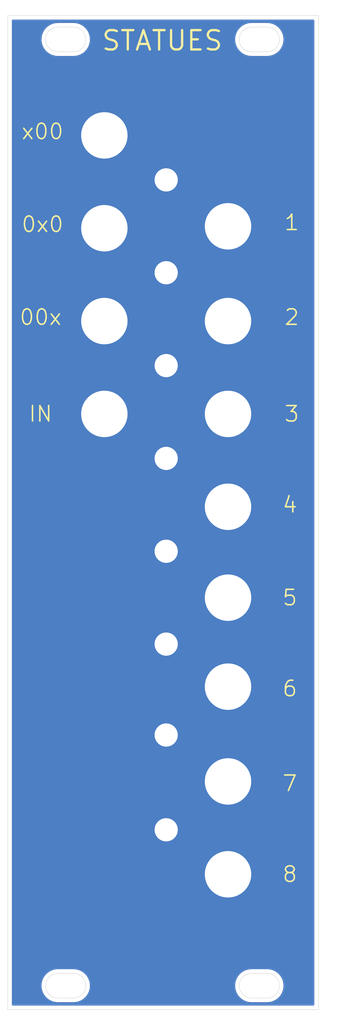
<source format=kicad_pcb>
(kicad_pcb (version 20171130) (host pcbnew "(5.1.5-0)")

  (general
    (thickness 1.6)
    (drawings 598)
    (tracks 0)
    (zones 0)
    (modules 21)
    (nets 2)
  )

  (page A4)
  (layers
    (0 F.Cu signal)
    (31 B.Cu signal)
    (32 B.Adhes user)
    (33 F.Adhes user)
    (34 B.Paste user)
    (35 F.Paste user)
    (36 B.SilkS user)
    (37 F.SilkS user)
    (38 B.Mask user)
    (39 F.Mask user)
    (40 Dwgs.User user)
    (41 Cmts.User user)
    (42 Eco1.User user)
    (43 Eco2.User user)
    (44 Edge.Cuts user)
    (45 Margin user)
    (46 B.CrtYd user)
    (47 F.CrtYd user)
    (48 B.Fab user)
    (49 F.Fab user)
  )

  (setup
    (last_trace_width 0.25)
    (trace_clearance 0.2)
    (zone_clearance 0.508)
    (zone_45_only no)
    (trace_min 0.2)
    (via_size 0.8)
    (via_drill 0.4)
    (via_min_size 0.4)
    (via_min_drill 0.3)
    (uvia_size 0.3)
    (uvia_drill 0.1)
    (uvias_allowed no)
    (uvia_min_size 0.2)
    (uvia_min_drill 0.1)
    (edge_width 0.05)
    (segment_width 0.2)
    (pcb_text_width 0.3)
    (pcb_text_size 1.5 1.5)
    (mod_edge_width 0.12)
    (mod_text_size 1 1)
    (mod_text_width 0.15)
    (pad_size 6.1 6.1)
    (pad_drill 6)
    (pad_to_mask_clearance 0.051)
    (solder_mask_min_width 0.25)
    (aux_axis_origin 0 0)
    (visible_elements FFFFFF7F)
    (pcbplotparams
      (layerselection 0x010fc_ffffffff)
      (usegerberextensions false)
      (usegerberattributes false)
      (usegerberadvancedattributes false)
      (creategerberjobfile false)
      (excludeedgelayer true)
      (linewidth 0.100000)
      (plotframeref false)
      (viasonmask false)
      (mode 1)
      (useauxorigin false)
      (hpglpennumber 1)
      (hpglpenspeed 20)
      (hpglpendiameter 15.000000)
      (psnegative false)
      (psa4output false)
      (plotreference true)
      (plotvalue true)
      (plotinvisibletext false)
      (padsonsilk false)
      (subtractmaskfromsilk false)
      (outputformat 1)
      (mirror false)
      (drillshape 0)
      (scaleselection 1)
      (outputdirectory "Gerbs/"))
  )

  (net 0 "")
  (net 1 GND)

  (net_class Default "This is the default net class."
    (clearance 0.2)
    (trace_width 0.25)
    (via_dia 0.8)
    (via_drill 0.4)
    (uvia_dia 0.3)
    (uvia_drill 0.1)
    (add_net GND)
  )

  (module "custom footprints:nlclogoxsmall" (layer F.Cu) (tedit 5FF7F428) (tstamp 5FF869B4)
    (at 20.5 222)
    (fp_text reference REF** (at 0.25 2.325) (layer F.SilkS) hide
      (effects (font (size 1 1) (thickness 0.15)))
    )
    (fp_text value nlclogoxsmall (at -0.2 4.75) (layer F.Fab)
      (effects (font (size 1 1) (thickness 0.15)))
    )
    (fp_line (start -5.35 0.725) (end -7.025 2.8) (layer F.Mask) (width 0.3))
    (fp_line (start -7.4 -0.7) (end -5.35 0.725) (layer F.Mask) (width 0.3))
    (fp_line (start -5.625 -2.9) (end -7.4 -0.7) (layer F.Mask) (width 0.3))
    (fp_circle (center -6.25 0) (end -3.25 0) (layer F.Mask) (width 0.3))
    (fp_circle (center -6.275 0.025) (end -3.108772 0.025) (layer F.Mask) (width 0.3))
    (fp_curve (pts (xy -6.350128 0.083982) (xy -7.000121 -0.352587) (xy -7.374288 -0.615955) (xy -7.388338 -0.64679)) (layer F.Mask) (width 0.0008))
    (fp_curve (pts (xy -5.34068 0.780773) (xy -5.336942 0.772949) (xy -5.791194 0.459392) (xy -6.350128 0.083982)) (layer F.Mask) (width 0.0008))
    (fp_curve (pts (xy -6.158504 1.779998) (xy -5.712439 1.238249) (xy -5.344418 0.788598) (xy -5.34068 0.780773)) (layer F.Mask) (width 0.0008))
    (fp_line (start 1.45066 0.185001) (end -0.804979 0.185001) (layer F.Mask) (width 0.3))
    (fp_curve (pts (xy -8.431133 2.266906) (xy -8.917478 1.79709) (xy -9.197053 1.292384) (xy -9.34825 0.611274)) (layer F.Mask) (width 0.0008))
    (fp_curve (pts (xy -9.242901 -0.998286) (xy -8.936495 -1.937376) (xy -8.159532 -2.710715) (xy -7.229352 -3.002447)) (layer F.Mask) (width 0.0008))
    (fp_curve (pts (xy -6.562887 3.124661) (xy -6.968479 3.082271) (xy -7.319011 2.978828) (xy -7.683911 2.793842)) (layer F.Mask) (width 0.0008))
    (fp_curve (pts (xy -9.34825 0.611274) (xy -9.385209 0.444779) (xy -9.39182 0.352793) (xy -9.391823 0.005)) (layer F.Mask) (width 0.0008))
    (fp_line (start 4.864564 1.827938) (end 4.864575 1.827934) (layer F.Mask) (width 0.0008))
    (fp_curve (pts (xy 8.797457 1.243669) (xy 8.751551 1.492811) (xy 8.584562 1.701542) (xy 8.365612 1.783461)) (layer F.Mask) (width 0.3))
    (fp_curve (pts (xy 8.787888 1.041594) (xy 8.817328 1.103636) (xy 8.818543 1.129259) (xy 8.797457 1.243669)) (layer F.Mask) (width 0.3))
    (fp_curve (pts (xy 8.474561 0.983461) (xy 8.573384 0.884636) (xy 8.726925 0.913123) (xy 8.787888 1.041594)) (layer F.Mask) (width 0.3))
    (fp_curve (pts (xy 8.416099 1.110315) (xy 8.416099 1.06139) (xy 8.43274 1.025282) (xy 8.474561 0.983461)) (layer F.Mask) (width 0.3))
    (fp_curve (pts (xy 8.255912 1.387892) (xy 8.337951 1.343895) (xy 8.416099 1.208476) (xy 8.416099 1.110315)) (layer F.Mask) (width 0.3))
    (fp_curve (pts (xy 7.600418 1.424999) (xy 8.13329 1.424999) (xy 8.193029 1.42162) (xy 8.255912 1.387892)) (layer F.Mask) (width 0.3))
    (fp_curve (pts (xy 6.853031 1.290484) (xy 6.935525 1.42317) (xy 6.945686 1.424999) (xy 7.600418 1.424999)) (layer F.Mask) (width 0.3))
    (fp_line (start 6.989252 -1.214999) (end 6.90407 -1.126099) (layer F.Mask) (width 0.0008))
    (fp_line (start 7.589721 -1.214999) (end 6.989252 -1.214999) (layer F.Mask) (width 0.3))
    (fp_curve (pts (xy 6.806395 -0.951099) (xy 6.799524 -0.903743) (xy 6.796644 -0.396999) (xy 6.8 0.175)) (layer F.Mask) (width 0.3))
    (fp_curve (pts (xy 6.90407 -1.126099) (xy 6.840257 -1.0595) (xy 6.815755 -1.0156) (xy 6.806395 -0.951099)) (layer F.Mask) (width 0.3))
    (fp_line (start 6.406109 -1.064998) (end 6.469597 -1.199012) (layer F.Mask) (width 0.3))
    (fp_line (start 6.400315 0.062166) (end 6.406109 -1.064998) (layer F.Mask) (width 0.3))
    (fp_curve (pts (xy 8.25631 -1.169998) (xy 8.191369 -1.214198) (xy 8.179507 -1.214999) (xy 7.589721 -1.214999)) (layer F.Mask) (width 0.3))
    (fp_curve (pts (xy 8.408223 -0.944529) (xy 8.395258 -1.037666) (xy 8.348261 -1.107418) (xy 8.25631 -1.169998)) (layer F.Mask) (width 0.3))
    (fp_curve (pts (xy 8.519406 -0.743292) (xy 8.455467 -0.776358) (xy 8.42361 -0.834017) (xy 8.408223 -0.944529)) (layer F.Mask) (width 0.3))
    (fp_curve (pts (xy 8.740792 -0.773451) (xy 8.668923 -0.709135) (xy 8.602863 -0.700136) (xy 8.519406 -0.743292)) (layer F.Mask) (width 0.3))
    (fp_curve (pts (xy 8.804293 -0.95845) (xy 8.805994 -0.839805) (xy 8.802026 -0.828251) (xy 8.740792 -0.773451)) (layer F.Mask) (width 0.3))
    (fp_curve (pts (xy 8.411334 -1.551288) (xy 8.629438 -1.44476) (xy 8.801034 -1.185882) (xy 8.804293 -0.95845)) (layer F.Mask) (width 0.3))
    (fp_curve (pts (xy 7.499276 -1.631751) (xy 8.096171 -1.639246) (xy 8.261026 -1.624699) (xy 8.411334 -1.551288)) (layer F.Mask) (width 0.3))
    (fp_curve (pts (xy 6.832179 -1.571498) (xy 6.945583 -1.624559) (xy 6.948662 -1.624838) (xy 7.499276 -1.631751)) (layer F.Mask) (width 0.3))
    (fp_curve (pts (xy 6.469597 -1.199012) (xy 6.547547 -1.363554) (xy 6.681195 -1.500854) (xy 6.832179 -1.571498)) (layer F.Mask) (width 0.3))
    (fp_line (start 5.116105 1.424999) (end 5.786105 1.424999) (layer F.Mask) (width 0.3))
    (fp_line (start 5.116105 -0.034684) (end 5.116105 1.424999) (layer F.Mask) (width 0.3))
    (fp_line (start 5.116105 -1.494367) (end 5.116105 -0.034684) (layer F.Mask) (width 0.3))
    (fp_line (start 5.059776 -1.55741) (end 5.116105 -1.494367) (layer F.Mask) (width 0.0008))
    (fp_curve (pts (xy 6.425314 1.295242) (xy 6.398885 1.20433) (xy 6.395345 1.029704) (xy 6.400315 0.062166)) (layer F.Mask) (width 0.3))
    (fp_curve (pts (xy 6.456104 1.413077) (xy 6.456104 1.406524) (xy 6.442249 1.353494) (xy 6.425314 1.295242)) (layer F.Mask) (width 0.0008))
    (fp_curve (pts (xy 5.786105 1.424999) (xy 6.154605 1.424999) (xy 6.456104 1.419636) (xy 6.456104 1.413077)) (layer F.Mask) (width 0.3))
    (fp_line (start 4.716105 -1.494367) (end 4.772434 -1.55741) (layer F.Mask) (width 0.3))
    (fp_line (start 4.716105 -0.283017) (end 4.716105 -1.494367) (layer F.Mask) (width 0.3))
    (fp_curve (pts (xy 4.916105 -1.620452) (xy 4.988843 -1.620452) (xy 5.012867 -1.609908) (xy 5.059776 -1.55741)) (layer F.Mask) (width 0.3))
    (fp_curve (pts (xy 4.772434 -1.55741) (xy 4.819344 -1.609911) (xy 4.843368 -1.620452) (xy 4.916105 -1.620452)) (layer F.Mask) (width 0.3))
    (fp_line (start 2.706109 1.702388) (end 2.700054 0.168695) (layer F.Mask) (width 0.3))
    (fp_line (start 2.764851 1.763693) (end 2.706109 1.702388) (layer F.Mask) (width 0.3))
    (fp_curve (pts (xy 4.698018 0.921666) (xy 4.708676 0.925589) (xy 4.716105 0.430752) (xy 4.716105 -0.283017)) (layer F.Mask) (width 0.3))
    (fp_curve (pts (xy 3.885791 -0.285) (xy 4.322567 0.375) (xy 4.688069 0.917999) (xy 4.698018 0.921666)) (layer F.Mask) (width 0.3))
    (fp_curve (pts (xy 3.033564 -1.539998) (xy 3.065513 -1.509748) (xy 3.449015 -0.944999) (xy 3.885791 -0.285)) (layer F.Mask) (width 0.3))
    (fp_curve (pts (xy 2.715536 -1.438925) (xy 2.760139 -1.59205) (xy 2.923692 -1.644029) (xy 3.033564 -1.539998)) (layer F.Mask) (width 0.3))
    (fp_curve (pts (xy 2.700054 0.168695) (xy 2.695893 -0.884664) (xy 2.700735 -1.388151) (xy 2.715536 -1.438925)) (layer F.Mask) (width 0.3))
    (fp_line (start 3.126109 -0.703247) (end 3.116109 0.497819) (layer F.Mask) (width 0.3))
    (fp_line (start 3.942295 0.52885) (end 3.126109 -0.703247) (layer F.Mask) (width 0.3))
    (fp_curve (pts (xy 2.904851 1.824363) (xy 2.839826 1.824816) (xy 2.811858 1.812752) (xy 2.764851 1.763693)) (layer F.Mask) (width 0.3))
    (fp_curve (pts (xy 3.016109 1.799362) (xy 2.999609 1.812762) (xy 2.949543 1.824012) (xy 2.904851 1.824363)) (layer F.Mask) (width 0.3))
    (fp_curve (pts (xy 3.116109 0.497819) (xy 3.105518 1.769228) (xy 3.108999 1.72392) (xy 3.016109 1.799362)) (layer F.Mask) (width 0.3))
    (fp_line (start -6.158513 1.779998) (end -6.158504 1.779998) (layer F.Mask) (width 0.0008))
    (fp_curve (pts (xy 4.792293 1.790907) (xy 4.773696 1.774429) (xy 4.391196 1.206502) (xy 3.942295 0.52885)) (layer F.Mask) (width 0.3))
    (fp_curve (pts (xy 4.864575 1.827934) (xy 4.843418 1.824045) (xy 4.810891 1.807387) (xy 4.792293 1.790907)) (layer F.Mask) (width 0.0008))
    (fp_line (start -5.682896 -2.824997) (end -5.748394 -2.84115) (layer F.Mask) (width 0.0008))
    (fp_line (start -6.52467 -1.804998) (end -5.682896 -2.824997) (layer F.Mask) (width 0.0008))
    (fp_curve (pts (xy -7.001716 2.763746) (xy -6.982778 2.764427) (xy -6.635871 2.359754) (xy -6.158513 1.779998)) (layer F.Mask) (width 0.0008))
    (fp_curve (pts (xy -7.554765 2.553688) (xy -7.345994 2.657119) (xy -7.072511 2.760991) (xy -7.001716 2.763746)) (layer F.Mask) (width 0.0008))
    (fp_curve (pts (xy -8.3245 1.99201) (xy -8.14105 2.186477) (xy -7.81344 2.425535) (xy -7.554765 2.553688)) (layer F.Mask) (width 0.0008))
    (fp_curve (pts (xy -9.058692 0.651357) (xy -8.922302 1.190973) (xy -8.703842 1.589887) (xy -8.3245 1.99201)) (layer F.Mask) (width 0.0008))
    (fp_curve (pts (xy -9.113633 0.015001) (xy -9.113395 0.406039) (xy -9.109606 0.449919) (xy -9.058692 0.651357)) (layer F.Mask) (width 0.0008))
    (fp_curve (pts (xy -9.077306 -0.571307) (xy -9.106373 -0.439172) (xy -9.113837 -0.3187) (xy -9.113633 0.015001)) (layer F.Mask) (width 0.0008))
    (fp_curve (pts (xy -8.320334 -2.006005) (xy -8.712515 -1.59314) (xy -8.952642 -1.138026) (xy -9.077306 -0.571307)) (layer F.Mask) (width 0.0008))
    (fp_curve (pts (xy -6.627183 -2.856505) (xy -7.275907 -2.764695) (xy -7.895104 -2.453661) (xy -8.320334 -2.006005)) (layer F.Mask) (width 0.0008))
    (fp_curve (pts (xy -5.748394 -2.84115) (xy -5.869794 -2.871088) (xy -6.452229 -2.881266) (xy -6.627183 -2.856505)) (layer F.Mask) (width 0.0008))
    (fp_line (start -6.562887 3.124662) (end -6.562887 3.124662) (layer F.Mask) (width 0.0008))
    (fp_curve (pts (xy -7.388378 -0.739999) (xy -7.376314 -0.76475) (xy -6.987645 -1.243998) (xy -6.52467 -1.804998)) (layer F.Mask) (width 0.0008))
    (fp_curve (pts (xy -7.388338 -0.64679) (xy -7.404277 -0.681774) (xy -7.404286 -0.707344) (xy -7.388378 -0.739999)) (layer F.Mask) (width 0.0008))
    (fp_line (start 1.503388 0.132274) (end 1.45066 0.185001) (layer F.Mask) (width 0.0008))
    (fp_curve (pts (xy -4.906782 2.843488) (xy -5.394308 3.073453) (xy -6.026268 3.180746) (xy -6.562887 3.124662)) (layer F.Mask) (width 0.0008))
    (fp_curve (pts (xy -3.468298 1.469175) (xy -3.76531 2.038606) (xy -4.31618 2.564902) (xy -4.906782 2.843488)) (layer F.Mask) (width 0.0008))
    (fp_curve (pts (xy -3.123886 0.296126) (xy -3.123886 0.559005) (xy -3.29172 1.130639) (xy -3.468298 1.469175)) (layer F.Mask) (width 0.3))
    (fp_curve (pts (xy -3.09225 0.197141) (xy -3.114377 0.205634) (xy -3.123886 0.235384) (xy -3.123886 0.296126)) (layer F.Mask) (width 0.0008))
    (fp_curve (pts (xy -0.804979 0.185001) (xy -2.045579 0.185001) (xy -3.074851 0.190466) (xy -3.09225 0.197141)) (layer F.Mask) (width 0.3))
    (fp_line (start 1.459579 -0.164998) (end 1.507844 -0.108883) (layer F.Mask) (width 0.0008))
    (fp_line (start -0.827153 -0.174999) (end 1.459579 -0.164998) (layer F.Mask) (width 0.3))
    (fp_line (start -3.113886 -0.184999) (end -0.827153 -0.174999) (layer F.Mask) (width 0.3))
    (fp_line (start -3.126661 -0.327961) (end -3.113886 -0.184999) (layer F.Mask) (width 0.0008))
    (fp_curve (pts (xy 1.507844 -0.108883) (xy 1.573758 -0.032251) (xy 1.571983 0.063674) (xy 1.503388 0.132274)) (layer F.Mask) (width 0.3))
    (fp_curve (pts (xy -4.039367 -2.249119) (xy -3.523656 -1.728867) (xy -3.188879 -1.024193) (xy -3.126661 -0.327961)) (layer F.Mask) (width 0.3))
    (fp_curve (pts (xy -5.630597 -3.09894) (xy -5.011856 -2.965011) (xy -4.453321 -2.666717) (xy -4.039367 -2.249119)) (layer F.Mask) (width 0.0008))
    (fp_curve (pts (xy -6.243883 -3.142942) (xy -5.896386 -3.142942) (xy -5.802894 -3.136229) (xy -5.630597 -3.09894)) (layer F.Mask) (width 0.0008))
    (fp_curve (pts (xy -7.229352 -3.002447) (xy -6.861088 -3.117945) (xy -6.685753 -3.142942) (xy -6.243883 -3.142942)) (layer F.Mask) (width 0.0008))
    (fp_curve (pts (xy -9.391823 0.005) (xy -9.391825 -0.446385) (xy -9.365828 -0.621533) (xy -9.242901 -0.998286)) (layer F.Mask) (width 0.0008))
    (fp_curve (pts (xy -7.683911 2.793842) (xy -7.974639 2.646459) (xy -8.210152 2.480376) (xy -8.431133 2.266906)) (layer F.Mask) (width 0.0008))
    (fp_curve (pts (xy 6.580047 1.829536) (xy 5.657688 1.832541) (xy 4.885721 1.831816) (xy 4.864564 1.827938)) (layer F.Mask) (width 0.3))
    (fp_curve (pts (xy 8.365612 1.783461) (xy 8.260146 1.822922) (xy 8.209457 1.82423) (xy 6.580047 1.829536)) (layer F.Mask) (width 0.3))
    (fp_line (start 6.8061 1.214999) (end 6.853031 1.290484) (layer F.Mask) (width 0.0008))
    (fp_line (start 6.8 0.175) (end 6.8061 1.214999) (layer F.Mask) (width 0.3))
  )

  (module "custom footprints:6mm_mounting_hole_thonkiconn" (layer F.Cu) (tedit 5FF507C0) (tstamp 5FF576F5)
    (at 20.5 205.25)
    (descr "Through hole straight socket strip, 1x01, 2.54mm pitch, single row (from Kicad 4.0.7), script generated")
    (tags "Through hole socket strip THT 1x01 2.54mm single row")
    (path /608AC9A1)
    (fp_text reference TP1 (at 0 -2.77) (layer F.SilkS) hide
      (effects (font (size 1 1) (thickness 0.15)))
    )
    (fp_text value TestPoint (at 0 2.77) (layer F.Fab)
      (effects (font (size 1 1) (thickness 0.15)))
    )
    (pad 1 thru_hole circle (at 0 0) (size 3.1 3.1) (drill 3) (layers *.Cu *.Mask)
      (net 1 GND))
    (model ${KISYS3DMOD}/Connector_PinSocket_2.54mm.3dshapes/PinSocket_1x01_P2.54mm_Vertical.wrl
      (at (xyz 0 0 0))
      (scale (xyz 1 1 1))
      (rotate (xyz 0 0 0))
    )
  )

  (module "custom footprints:6mm_mounting_hole_thonkiconn" (layer F.Cu) (tedit 5FF507C0) (tstamp 5FF576ED)
    (at 20.5 193)
    (descr "Through hole straight socket strip, 1x01, 2.54mm pitch, single row (from Kicad 4.0.7), script generated")
    (tags "Through hole socket strip THT 1x01 2.54mm single row")
    (path /608AC9A1)
    (fp_text reference TP1 (at 0 -2.77) (layer F.SilkS) hide
      (effects (font (size 1 1) (thickness 0.15)))
    )
    (fp_text value TestPoint (at 0 2.77) (layer F.Fab)
      (effects (font (size 1 1) (thickness 0.15)))
    )
    (pad 1 thru_hole circle (at 0 0) (size 3.1 3.1) (drill 3) (layers *.Cu *.Mask)
      (net 1 GND))
    (model ${KISYS3DMOD}/Connector_PinSocket_2.54mm.3dshapes/PinSocket_1x01_P2.54mm_Vertical.wrl
      (at (xyz 0 0 0))
      (scale (xyz 1 1 1))
      (rotate (xyz 0 0 0))
    )
  )

  (module "custom footprints:6mm_mounting_hole_thonkiconn" (layer F.Cu) (tedit 5FF507C0) (tstamp 5FF576E5)
    (at 20.5 181.25)
    (descr "Through hole straight socket strip, 1x01, 2.54mm pitch, single row (from Kicad 4.0.7), script generated")
    (tags "Through hole socket strip THT 1x01 2.54mm single row")
    (path /608AC9A1)
    (fp_text reference TP1 (at 0 -2.77) (layer F.SilkS) hide
      (effects (font (size 1 1) (thickness 0.15)))
    )
    (fp_text value TestPoint (at 0 2.77) (layer F.Fab)
      (effects (font (size 1 1) (thickness 0.15)))
    )
    (pad 1 thru_hole circle (at 0 0) (size 3.1 3.1) (drill 3) (layers *.Cu *.Mask)
      (net 1 GND))
    (model ${KISYS3DMOD}/Connector_PinSocket_2.54mm.3dshapes/PinSocket_1x01_P2.54mm_Vertical.wrl
      (at (xyz 0 0 0))
      (scale (xyz 1 1 1))
      (rotate (xyz 0 0 0))
    )
  )

  (module "custom footprints:6mm_mounting_hole_thonkiconn" (layer F.Cu) (tedit 5FF507C0) (tstamp 5FF576DD)
    (at 20.5 169.25)
    (descr "Through hole straight socket strip, 1x01, 2.54mm pitch, single row (from Kicad 4.0.7), script generated")
    (tags "Through hole socket strip THT 1x01 2.54mm single row")
    (path /608AC9A1)
    (fp_text reference TP1 (at 0 -2.77) (layer F.SilkS) hide
      (effects (font (size 1 1) (thickness 0.15)))
    )
    (fp_text value TestPoint (at 0 2.77) (layer F.Fab)
      (effects (font (size 1 1) (thickness 0.15)))
    )
    (pad 1 thru_hole circle (at 0 0) (size 3.1 3.1) (drill 3) (layers *.Cu *.Mask)
      (net 1 GND))
    (model ${KISYS3DMOD}/Connector_PinSocket_2.54mm.3dshapes/PinSocket_1x01_P2.54mm_Vertical.wrl
      (at (xyz 0 0 0))
      (scale (xyz 1 1 1))
      (rotate (xyz 0 0 0))
    )
  )

  (module "custom footprints:6mm_mounting_hole_thonkiconn" (layer F.Cu) (tedit 5FF507C0) (tstamp 5FF576D5)
    (at 20.5 157.25)
    (descr "Through hole straight socket strip, 1x01, 2.54mm pitch, single row (from Kicad 4.0.7), script generated")
    (tags "Through hole socket strip THT 1x01 2.54mm single row")
    (path /608AC9A1)
    (fp_text reference TP1 (at 0 -2.77) (layer F.SilkS) hide
      (effects (font (size 1 1) (thickness 0.15)))
    )
    (fp_text value TestPoint (at 0 2.77) (layer F.Fab)
      (effects (font (size 1 1) (thickness 0.15)))
    )
    (pad 1 thru_hole circle (at 0 0) (size 3.1 3.1) (drill 3) (layers *.Cu *.Mask)
      (net 1 GND))
    (model ${KISYS3DMOD}/Connector_PinSocket_2.54mm.3dshapes/PinSocket_1x01_P2.54mm_Vertical.wrl
      (at (xyz 0 0 0))
      (scale (xyz 1 1 1))
      (rotate (xyz 0 0 0))
    )
  )

  (module "custom footprints:6mm_mounting_hole_thonkiconn" (layer F.Cu) (tedit 5FF507C0) (tstamp 5FF576CD)
    (at 20.5 145.25)
    (descr "Through hole straight socket strip, 1x01, 2.54mm pitch, single row (from Kicad 4.0.7), script generated")
    (tags "Through hole socket strip THT 1x01 2.54mm single row")
    (path /608AC9A1)
    (fp_text reference TP1 (at 0 -2.77) (layer F.SilkS) hide
      (effects (font (size 1 1) (thickness 0.15)))
    )
    (fp_text value TestPoint (at 0 2.77) (layer F.Fab)
      (effects (font (size 1 1) (thickness 0.15)))
    )
    (pad 1 thru_hole circle (at 0 0) (size 3.1 3.1) (drill 3) (layers *.Cu *.Mask)
      (net 1 GND))
    (model ${KISYS3DMOD}/Connector_PinSocket_2.54mm.3dshapes/PinSocket_1x01_P2.54mm_Vertical.wrl
      (at (xyz 0 0 0))
      (scale (xyz 1 1 1))
      (rotate (xyz 0 0 0))
    )
  )

  (module "custom footprints:6mm_mounting_hole_thonkiconn" (layer F.Cu) (tedit 5FF507C0) (tstamp 5FF576C5)
    (at 20.5 133.25)
    (descr "Through hole straight socket strip, 1x01, 2.54mm pitch, single row (from Kicad 4.0.7), script generated")
    (tags "Through hole socket strip THT 1x01 2.54mm single row")
    (path /608AC9A1)
    (fp_text reference TP1 (at 0 -2.77) (layer F.SilkS) hide
      (effects (font (size 1 1) (thickness 0.15)))
    )
    (fp_text value TestPoint (at 0 2.77) (layer F.Fab)
      (effects (font (size 1 1) (thickness 0.15)))
    )
    (pad 1 thru_hole circle (at 0 0) (size 3.1 3.1) (drill 3) (layers *.Cu *.Mask)
      (net 1 GND))
    (model ${KISYS3DMOD}/Connector_PinSocket_2.54mm.3dshapes/PinSocket_1x01_P2.54mm_Vertical.wrl
      (at (xyz 0 0 0))
      (scale (xyz 1 1 1))
      (rotate (xyz 0 0 0))
    )
  )

  (module "custom footprints:6mm_mounting_hole_thonkiconn" (layer F.Cu) (tedit 5FF507C0) (tstamp 5FF576BD)
    (at 20.5 121.25)
    (descr "Through hole straight socket strip, 1x01, 2.54mm pitch, single row (from Kicad 4.0.7), script generated")
    (tags "Through hole socket strip THT 1x01 2.54mm single row")
    (path /608AC9A1)
    (fp_text reference TP1 (at 0 -2.77) (layer F.SilkS) hide
      (effects (font (size 1 1) (thickness 0.15)))
    )
    (fp_text value TestPoint (at 0 2.77) (layer F.Fab)
      (effects (font (size 1 1) (thickness 0.15)))
    )
    (pad 1 thru_hole circle (at 0 0) (size 3.1 3.1) (drill 3) (layers *.Cu *.Mask)
      (net 1 GND))
    (model ${KISYS3DMOD}/Connector_PinSocket_2.54mm.3dshapes/PinSocket_1x01_P2.54mm_Vertical.wrl
      (at (xyz 0 0 0))
      (scale (xyz 1 1 1))
      (rotate (xyz 0 0 0))
    )
  )

  (module "custom footprints:6mm_mounting_hole_thonkiconn" (layer F.Cu) (tedit 5FF4E2DD) (tstamp 5FF56FF8)
    (at 28.5 175.25)
    (descr "Through hole straight socket strip, 1x01, 2.54mm pitch, single row (from Kicad 4.0.7), script generated")
    (tags "Through hole socket strip THT 1x01 2.54mm single row")
    (path /608AC9A1)
    (fp_text reference TP1 (at 0 -2.77) (layer F.SilkS) hide
      (effects (font (size 1 1) (thickness 0.15)))
    )
    (fp_text value TestPoint (at 0 2.77) (layer F.Fab)
      (effects (font (size 1 1) (thickness 0.15)))
    )
    (pad 1 thru_hole circle (at 0 0) (size 6.1 6.1) (drill 6) (layers *.Cu *.Mask)
      (net 1 GND))
    (model ${KISYS3DMOD}/Connector_PinSocket_2.54mm.3dshapes/PinSocket_1x01_P2.54mm_Vertical.wrl
      (at (xyz 0 0 0))
      (scale (xyz 1 1 1))
      (rotate (xyz 0 0 0))
    )
  )

  (module "custom footprints:6mm_mounting_hole_thonkiconn" (layer F.Cu) (tedit 5FF4E2DD) (tstamp 5FF56FF0)
    (at 28.5 163.5)
    (descr "Through hole straight socket strip, 1x01, 2.54mm pitch, single row (from Kicad 4.0.7), script generated")
    (tags "Through hole socket strip THT 1x01 2.54mm single row")
    (path /608AC9A1)
    (fp_text reference TP1 (at 0 -2.77) (layer F.SilkS) hide
      (effects (font (size 1 1) (thickness 0.15)))
    )
    (fp_text value TestPoint (at 0 2.77) (layer F.Fab)
      (effects (font (size 1 1) (thickness 0.15)))
    )
    (pad 1 thru_hole circle (at 0 0) (size 6.1 6.1) (drill 6) (layers *.Cu *.Mask)
      (net 1 GND))
    (model ${KISYS3DMOD}/Connector_PinSocket_2.54mm.3dshapes/PinSocket_1x01_P2.54mm_Vertical.wrl
      (at (xyz 0 0 0))
      (scale (xyz 1 1 1))
      (rotate (xyz 0 0 0))
    )
  )

  (module "custom footprints:6mm_mounting_hole_thonkiconn" (layer F.Cu) (tedit 5FF4E2DD) (tstamp 5FF56FE8)
    (at 12.5 151.5)
    (descr "Through hole straight socket strip, 1x01, 2.54mm pitch, single row (from Kicad 4.0.7), script generated")
    (tags "Through hole socket strip THT 1x01 2.54mm single row")
    (path /608AC9A1)
    (fp_text reference TP1 (at 0 -2.77) (layer F.SilkS) hide
      (effects (font (size 1 1) (thickness 0.15)))
    )
    (fp_text value TestPoint (at 0 2.77) (layer F.Fab)
      (effects (font (size 1 1) (thickness 0.15)))
    )
    (pad 1 thru_hole circle (at 0 0) (size 6.1 6.1) (drill 6) (layers *.Cu *.Mask)
      (net 1 GND))
    (model ${KISYS3DMOD}/Connector_PinSocket_2.54mm.3dshapes/PinSocket_1x01_P2.54mm_Vertical.wrl
      (at (xyz 0 0 0))
      (scale (xyz 1 1 1))
      (rotate (xyz 0 0 0))
    )
  )

  (module "custom footprints:6mm_mounting_hole_thonkiconn" (layer F.Cu) (tedit 5FF4E2DD) (tstamp 5FF56FE0)
    (at 28.5 151.5)
    (descr "Through hole straight socket strip, 1x01, 2.54mm pitch, single row (from Kicad 4.0.7), script generated")
    (tags "Through hole socket strip THT 1x01 2.54mm single row")
    (path /608AC9A1)
    (fp_text reference TP1 (at 0 -2.77) (layer F.SilkS) hide
      (effects (font (size 1 1) (thickness 0.15)))
    )
    (fp_text value TestPoint (at 0 2.77) (layer F.Fab)
      (effects (font (size 1 1) (thickness 0.15)))
    )
    (pad 1 thru_hole circle (at 0 0) (size 6.1 6.1) (drill 6) (layers *.Cu *.Mask)
      (net 1 GND))
    (model ${KISYS3DMOD}/Connector_PinSocket_2.54mm.3dshapes/PinSocket_1x01_P2.54mm_Vertical.wrl
      (at (xyz 0 0 0))
      (scale (xyz 1 1 1))
      (rotate (xyz 0 0 0))
    )
  )

  (module "custom footprints:6mm_mounting_hole_thonkiconn" (layer F.Cu) (tedit 5FF4E2DD) (tstamp 5FF56FD8)
    (at 12.5 139.5)
    (descr "Through hole straight socket strip, 1x01, 2.54mm pitch, single row (from Kicad 4.0.7), script generated")
    (tags "Through hole socket strip THT 1x01 2.54mm single row")
    (path /608AC9A1)
    (fp_text reference TP1 (at 0 -2.77) (layer F.SilkS) hide
      (effects (font (size 1 1) (thickness 0.15)))
    )
    (fp_text value TestPoint (at 0 2.77) (layer F.Fab)
      (effects (font (size 1 1) (thickness 0.15)))
    )
    (pad 1 thru_hole circle (at 0 0) (size 6.1 6.1) (drill 6) (layers *.Cu *.Mask)
      (net 1 GND))
    (model ${KISYS3DMOD}/Connector_PinSocket_2.54mm.3dshapes/PinSocket_1x01_P2.54mm_Vertical.wrl
      (at (xyz 0 0 0))
      (scale (xyz 1 1 1))
      (rotate (xyz 0 0 0))
    )
  )

  (module "custom footprints:6mm_mounting_hole_thonkiconn" (layer F.Cu) (tedit 5FF4E2DD) (tstamp 5FF56FD0)
    (at 28.5 139.5)
    (descr "Through hole straight socket strip, 1x01, 2.54mm pitch, single row (from Kicad 4.0.7), script generated")
    (tags "Through hole socket strip THT 1x01 2.54mm single row")
    (path /608AC9A1)
    (fp_text reference TP1 (at 0 -2.77) (layer F.SilkS) hide
      (effects (font (size 1 1) (thickness 0.15)))
    )
    (fp_text value TestPoint (at 0 2.77) (layer F.Fab)
      (effects (font (size 1 1) (thickness 0.15)))
    )
    (pad 1 thru_hole circle (at 0 0) (size 6.1 6.1) (drill 6) (layers *.Cu *.Mask)
      (net 1 GND))
    (model ${KISYS3DMOD}/Connector_PinSocket_2.54mm.3dshapes/PinSocket_1x01_P2.54mm_Vertical.wrl
      (at (xyz 0 0 0))
      (scale (xyz 1 1 1))
      (rotate (xyz 0 0 0))
    )
  )

  (module "custom footprints:6mm_mounting_hole_thonkiconn" (layer F.Cu) (tedit 5FF4E2DD) (tstamp 5FF56FC8)
    (at 12.5 127.5)
    (descr "Through hole straight socket strip, 1x01, 2.54mm pitch, single row (from Kicad 4.0.7), script generated")
    (tags "Through hole socket strip THT 1x01 2.54mm single row")
    (path /608AC9A1)
    (fp_text reference TP1 (at 0 -2.77) (layer F.SilkS) hide
      (effects (font (size 1 1) (thickness 0.15)))
    )
    (fp_text value TestPoint (at 0 2.77) (layer F.Fab)
      (effects (font (size 1 1) (thickness 0.15)))
    )
    (pad 1 thru_hole circle (at 0 0) (size 6.1 6.1) (drill 6) (layers *.Cu *.Mask)
      (net 1 GND))
    (model ${KISYS3DMOD}/Connector_PinSocket_2.54mm.3dshapes/PinSocket_1x01_P2.54mm_Vertical.wrl
      (at (xyz 0 0 0))
      (scale (xyz 1 1 1))
      (rotate (xyz 0 0 0))
    )
  )

  (module "custom footprints:6mm_mounting_hole_thonkiconn" (layer F.Cu) (tedit 5FF4E2DD) (tstamp 5FF56FC0)
    (at 28.5 127.25)
    (descr "Through hole straight socket strip, 1x01, 2.54mm pitch, single row (from Kicad 4.0.7), script generated")
    (tags "Through hole socket strip THT 1x01 2.54mm single row")
    (path /608AC9A1)
    (fp_text reference TP1 (at 0 -2.77) (layer F.SilkS) hide
      (effects (font (size 1 1) (thickness 0.15)))
    )
    (fp_text value TestPoint (at 0 2.77) (layer F.Fab)
      (effects (font (size 1 1) (thickness 0.15)))
    )
    (pad 1 thru_hole circle (at 0 0) (size 6.1 6.1) (drill 6) (layers *.Cu *.Mask)
      (net 1 GND))
    (model ${KISYS3DMOD}/Connector_PinSocket_2.54mm.3dshapes/PinSocket_1x01_P2.54mm_Vertical.wrl
      (at (xyz 0 0 0))
      (scale (xyz 1 1 1))
      (rotate (xyz 0 0 0))
    )
  )

  (module "custom footprints:6mm_mounting_hole_thonkiconn" (layer F.Cu) (tedit 5FF4E2DD) (tstamp 5FF56FB8)
    (at 12.5 115.5)
    (descr "Through hole straight socket strip, 1x01, 2.54mm pitch, single row (from Kicad 4.0.7), script generated")
    (tags "Through hole socket strip THT 1x01 2.54mm single row")
    (path /608AC9A1)
    (fp_text reference TP1 (at 0 -2.77) (layer F.SilkS) hide
      (effects (font (size 1 1) (thickness 0.15)))
    )
    (fp_text value TestPoint (at 0 2.77) (layer F.Fab)
      (effects (font (size 1 1) (thickness 0.15)))
    )
    (pad 1 thru_hole circle (at 0 0) (size 6.1 6.1) (drill 6) (layers *.Cu *.Mask)
      (net 1 GND))
    (model ${KISYS3DMOD}/Connector_PinSocket_2.54mm.3dshapes/PinSocket_1x01_P2.54mm_Vertical.wrl
      (at (xyz 0 0 0))
      (scale (xyz 1 1 1))
      (rotate (xyz 0 0 0))
    )
  )

  (module "custom footprints:6mm_mounting_hole_thonkiconn" (layer F.Cu) (tedit 5FF4E2DD) (tstamp 5FF56F10)
    (at 28.5 186.75)
    (descr "Through hole straight socket strip, 1x01, 2.54mm pitch, single row (from Kicad 4.0.7), script generated")
    (tags "Through hole socket strip THT 1x01 2.54mm single row")
    (path /608AC9A1)
    (fp_text reference TP1 (at 0 -2.77) (layer F.SilkS) hide
      (effects (font (size 1 1) (thickness 0.15)))
    )
    (fp_text value TestPoint (at 0 2.77) (layer F.Fab)
      (effects (font (size 1 1) (thickness 0.15)))
    )
    (pad 1 thru_hole circle (at 0 0) (size 6.1 6.1) (drill 6) (layers *.Cu *.Mask)
      (net 1 GND))
    (model ${KISYS3DMOD}/Connector_PinSocket_2.54mm.3dshapes/PinSocket_1x01_P2.54mm_Vertical.wrl
      (at (xyz 0 0 0))
      (scale (xyz 1 1 1))
      (rotate (xyz 0 0 0))
    )
  )

  (module "custom footprints:6mm_mounting_hole_thonkiconn" (layer F.Cu) (tedit 5FF4E2DD) (tstamp 5FF56F08)
    (at 28.5 199)
    (descr "Through hole straight socket strip, 1x01, 2.54mm pitch, single row (from Kicad 4.0.7), script generated")
    (tags "Through hole socket strip THT 1x01 2.54mm single row")
    (path /608AC9A1)
    (fp_text reference TP1 (at 0 -2.77) (layer F.SilkS) hide
      (effects (font (size 1 1) (thickness 0.15)))
    )
    (fp_text value TestPoint (at 0 2.77) (layer F.Fab)
      (effects (font (size 1 1) (thickness 0.15)))
    )
    (pad 1 thru_hole circle (at 0 0) (size 6.1 6.1) (drill 6) (layers *.Cu *.Mask)
      (net 1 GND))
    (model ${KISYS3DMOD}/Connector_PinSocket_2.54mm.3dshapes/PinSocket_1x01_P2.54mm_Vertical.wrl
      (at (xyz 0 0 0))
      (scale (xyz 1 1 1))
      (rotate (xyz 0 0 0))
    )
  )

  (module "custom footprints:6mm_mounting_hole_thonkiconn" (layer F.Cu) (tedit 5FF4E2DD) (tstamp 5FF56F00)
    (at 28.5 211)
    (descr "Through hole straight socket strip, 1x01, 2.54mm pitch, single row (from Kicad 4.0.7), script generated")
    (tags "Through hole socket strip THT 1x01 2.54mm single row")
    (path /608AC9A1)
    (fp_text reference TP1 (at 0 -2.77) (layer F.SilkS) hide
      (effects (font (size 1 1) (thickness 0.15)))
    )
    (fp_text value TestPoint (at 0 2.77) (layer F.Fab)
      (effects (font (size 1 1) (thickness 0.15)))
    )
    (pad 1 thru_hole circle (at 0 0) (size 6.1 6.1) (drill 6) (layers *.Cu *.Mask)
      (net 1 GND))
    (model ${KISYS3DMOD}/Connector_PinSocket_2.54mm.3dshapes/PinSocket_1x01_P2.54mm_Vertical.wrl
      (at (xyz 0 0 0))
      (scale (xyz 1 1 1))
      (rotate (xyz 0 0 0))
    )
  )

  (gr_text "repanel by jack s. 2021" (at 26.75 220.75) (layer B.Mask)
    (effects (font (size 1 1) (thickness 0.15)) (justify mirror))
  )
  (gr_circle (center 28.5 211) (end 32.05 211) (layer B.Mask) (width 1) (tstamp 5FF4D001))
  (gr_circle (center 28.5 199) (end 32.05 199) (layer B.Mask) (width 1) (tstamp 5FF4CFF7))
  (gr_circle (center 28.5 187) (end 32.05 187) (layer B.Mask) (width 1) (tstamp 5FF4CFBD))
  (gr_circle (center 28.5 175.25) (end 32.05 175.25) (layer B.Mask) (width 1) (tstamp 5FF4CFB3))
  (gr_circle (center 28.5 163.45) (end 32.05 163.45) (layer B.Mask) (width 1) (tstamp 5FF4CFA9))
  (gr_circle (center 28.5 151.5) (end 32.05 151.5) (layer B.Mask) (width 1) (tstamp 5FF4CF99))
  (gr_circle (center 12.5 151.5) (end 16.05 151.5) (layer B.Mask) (width 1) (tstamp 5FF4CF8B))
  (gr_circle (center 12.5 139.5) (end 16.05 139.5) (layer B.Mask) (width 1) (tstamp 5FF4CF80))
  (gr_circle (center 28.5 139.5) (end 32.05 139.5) (layer B.Mask) (width 1) (tstamp 5FF4CF66))
  (gr_circle (center 28.5 127.5) (end 32.05 127.5) (layer B.Mask) (width 1) (tstamp 5FF4CF5D))
  (gr_circle (center 12.5 127.5) (end 16.05 127.5) (layer B.Mask) (width 1) (tstamp 5FF4CF52))
  (gr_circle (center 12.5 115.5) (end 16.05 115.5) (layer B.Mask) (width 1) (tstamp 5FF4CF48))
  (gr_text 8 (at 36.5 211) (layer F.SilkS) (tstamp 5FF4CBA1)
    (effects (font (size 2 2) (thickness 0.2)))
  )
  (gr_text 7 (at 36.5 199.25) (layer F.SilkS) (tstamp 5FF4CB9A)
    (effects (font (size 2 2) (thickness 0.2)))
  )
  (gr_text 6 (at 36.5 187) (layer F.SilkS) (tstamp 5FF4CB91)
    (effects (font (size 2 2) (thickness 0.2)))
  )
  (gr_text 5 (at 36.5 175.25) (layer F.SilkS) (tstamp 5FF4CB86)
    (effects (font (size 2 2) (thickness 0.2)))
  )
  (gr_text 4 (at 36.5 163.25) (layer F.SilkS) (tstamp 5FF4CB7C)
    (effects (font (size 2 2) (thickness 0.2)))
  )
  (gr_text 3 (at 36.75 151.5) (layer F.SilkS) (tstamp 5FF4CB75)
    (effects (font (size 2 2) (thickness 0.2)))
  )
  (gr_text 2 (at 36.75 139) (layer F.SilkS) (tstamp 5FF4CB6F)
    (effects (font (size 2 2) (thickness 0.2)))
  )
  (gr_text 1 (at 36.75 126.75) (layer F.SilkS) (tstamp 5FF4CB69)
    (effects (font (size 2 2) (thickness 0.2)))
  )
  (gr_text IN (at 4.25 151.5) (layer F.SilkS) (tstamp 5FF4CB5D)
    (effects (font (size 2 2) (thickness 0.2)))
  )
  (gr_text 00x (at 4.25 139) (layer F.SilkS) (tstamp 5FF4CB57)
    (effects (font (size 2 2) (thickness 0.2)))
  )
  (gr_text 0x0 (at 4.5 127) (layer F.SilkS) (tstamp 5FF4CB4F)
    (effects (font (size 2 2) (thickness 0.2)))
  )
  (gr_text x00 (at 4.5 115) (layer F.SilkS)
    (effects (font (size 2 2) (thickness 0.2)))
  )
  (gr_text STATUES (at 20 103.25) (layer F.SilkS)
    (effects (font (size 2.5 2.5) (thickness 0.3)))
  )
  (gr_line (start 20.75 205.5) (end 28.5 211) (layer F.Mask) (width 1))
  (gr_line (start 20.75 193.5) (end 28.25 199.25) (layer F.Mask) (width 1))
  (gr_line (start 20.75 181.5) (end 28.5 187.25) (layer F.Mask) (width 1))
  (gr_line (start 20.75 169.5) (end 28.5 175.25) (layer F.Mask) (width 1))
  (gr_line (start 20.75 157.5) (end 28.5 163.5) (layer F.Mask) (width 1))
  (gr_line (start 20.5 145.5) (end 28.5 151.5) (layer F.Mask) (width 1))
  (gr_line (start 20.75 133.25) (end 28.5 139.25) (layer F.Mask) (width 1))
  (gr_line (start 28.5 127.5) (end 21 121.75) (layer F.Mask) (width 1))
  (gr_line (start 12.5 115.5) (end 12.25 139.5) (layer F.Mask) (width 1))
  (gr_line (start 28.5 127.5) (end 28.5 211.25) (layer F.Mask) (width 1))
  (gr_circle (center 20.5 121.25) (end 22.5 121.25) (layer F.Mask) (width 1) (tstamp 5FF4C9FF))
  (gr_circle (center 20.5 133.25) (end 22.5 133.25) (layer F.Mask) (width 1) (tstamp 5FF4C9FB))
  (gr_circle (center 20.5 145.25) (end 22.5 145.25) (layer F.Mask) (width 1) (tstamp 5FF4C9F7))
  (gr_circle (center 20.5 157.25) (end 22.5 157.25) (layer F.Mask) (width 1) (tstamp 5FF4C9F3))
  (gr_circle (center 20.5 169.25) (end 22.5 169.25) (layer F.Mask) (width 1) (tstamp 5FF4C9EF))
  (gr_circle (center 20.5 181.25) (end 22.5 181.25) (layer F.Mask) (width 1) (tstamp 5FF4C9EB))
  (gr_circle (center 20.5 193) (end 22.5 193) (layer F.Mask) (width 1) (tstamp 5FF4C9E7))
  (gr_circle (center 20.5 205.25) (end 22.5 205.25) (layer F.Mask) (width 1) (tstamp 5FF4C9E2))
  (gr_line (start 8.5 223.8) (end 6.5 223.8) (layer Edge.Cuts) (width 0.05) (tstamp 5FF4C03E))
  (gr_arc (start 8.5 225.4) (end 8.5 227) (angle -180) (layer Edge.Cuts) (width 0.05) (tstamp 5FF4C03D))
  (gr_arc (start 6.5 225.4) (end 6.5 223.8) (angle -180) (layer Edge.Cuts) (width 0.05) (tstamp 5FF4C03C))
  (gr_line (start 8.5 227) (end 6.5 227) (layer Edge.Cuts) (width 0.05) (tstamp 5FF4C03B))
  (gr_arc (start 31.55 225.4) (end 31.55 223.8) (angle -180) (layer Edge.Cuts) (width 0.05) (tstamp 5FF4C035))
  (gr_line (start 33.55 223.8) (end 31.55 223.8) (layer Edge.Cuts) (width 0.05) (tstamp 5FF4C034))
  (gr_arc (start 33.55 225.4) (end 33.55 227) (angle -180) (layer Edge.Cuts) (width 0.05) (tstamp 5FF4C033))
  (gr_line (start 33.55 227) (end 31.55 227) (layer Edge.Cuts) (width 0.05) (tstamp 5FF4C032))
  (gr_arc (start 31.55 103.1) (end 31.55 101.5) (angle -180) (layer Edge.Cuts) (width 0.05) (tstamp 5FF4C01F))
  (gr_line (start 33.55 104.7) (end 31.55 104.7) (layer Edge.Cuts) (width 0.05) (tstamp 5FF4C01E))
  (gr_arc (start 33.55 103.1) (end 33.55 104.7) (angle -180) (layer Edge.Cuts) (width 0.05) (tstamp 5FF4C01D))
  (gr_line (start 33.55 101.5) (end 31.55 101.5) (layer Edge.Cuts) (width 0.05) (tstamp 5FF4C01C))
  (gr_line (start 8.5 104.7) (end 6.5 104.7) (layer Edge.Cuts) (width 0.05) (tstamp 5FF4C00B))
  (gr_line (start 8.5 101.5) (end 6.5 101.5) (layer Edge.Cuts) (width 0.05) (tstamp 5FF4C00A))
  (gr_arc (start 6.5 103.1) (end 6.5 101.5) (angle -180) (layer Edge.Cuts) (width 0.05) (tstamp 5FF4C009))
  (gr_arc (start 8.5 103.1) (end 8.5 104.7) (angle -180) (layer Edge.Cuts) (width 0.05) (tstamp 5FF4C008))
  (gr_circle (center 7.5 225.5) (end 9.1 225.5) (layer Dwgs.User) (width 0.15) (tstamp 5FF4BFF4))
  (gr_circle (center 7.5 103) (end 9.1 103) (layer Dwgs.User) (width 0.15))
  (gr_line (start 0 228.5) (end 0 100) (layer Edge.Cuts) (width 0.05) (tstamp 5FF4BF57))
  (gr_line (start 40.2 228.5) (end 0 228.5) (layer Edge.Cuts) (width 0.05))
  (gr_line (start 40.2 100) (end 40.2 228.5) (layer Edge.Cuts) (width 0.05))
  (gr_line (start 0 100) (end 40.2 100) (layer Edge.Cuts) (width 0.05))
  (gr_line (start 40.760188 100.350868) (end 40.760188 228.549091) (layer Dwgs.User) (width 0.123904))
  (gr_line (start 42.027386 114.16333) (end 42.027386 112.853891) (layer Dwgs.User) (width 0.123904))
  (gr_line (start 42.027386 112.853891) (end 42.027386 112.853891) (layer Dwgs.User) (width 0.123904))
  (gr_line (start 42.027386 114.16333) (end 42.027386 114.16333) (layer Dwgs.User) (width 0.123904))
  (gr_line (start 40.760188 228.549091) (end 40.760188 100.350868) (layer Dwgs.User) (width 0.123904))
  (gr_curve (pts (xy 9.395408 127.321292) (xy 9.395408 129.053129) (xy 10.831566 130.489287) (xy 12.605644 130.489287)) (layer Dwgs.User) (width 0.123904))
  (gr_line (start 25.362106 139.275196) (end 25.362106 139.275196) (layer Dwgs.User) (width 0.123904))
  (gr_curve (pts (xy 28.572342 202.550631) (xy 30.4309 202.550631) (xy 31.951537 201.029993) (xy 31.951537 199.171436)) (layer Dwgs.User) (width 0.123904))
  (gr_line (start 1.581018 138.092477) (end 2.172377 138.092477) (layer Dwgs.User) (width 0.123904))
  (gr_line (start 1.581018 138.092477) (end 1.581018 138.092477) (layer Dwgs.User) (width 0.123904))
  (gr_line (start 1.581018 138.092477) (end 1.581018 138.092477) (layer Dwgs.User) (width 0.123904))
  (gr_curve (pts (xy 2.172377 138.092477) (xy 2.341337 138.092477) (xy 2.468057 138.219197) (xy 2.468057 138.388157)) (layer Dwgs.User) (width 0.123904))
  (gr_line (start 1.285339 138.388157) (end 1.285339 138.388157) (layer Dwgs.User) (width 0.123904))
  (gr_line (start 1.285339 139.570876) (end 1.285339 138.388157) (layer Dwgs.User) (width 0.123904))
  (gr_curve (pts (xy 1.285339 138.388157) (xy 1.285339 138.219197) (xy 1.412058 138.092477) (xy 1.581018 138.092477)) (layer Dwgs.User) (width 0.123904))
  (gr_curve (pts (xy 36.893611 210.82966) (xy 37.020331 210.82966) (xy 37.18929 210.95638) (xy 37.18929 211.12534)) (layer Dwgs.User) (width 0.123904))
  (gr_line (start 37.18929 210.53398) (end 37.18929 210.53398) (layer Dwgs.User) (width 0.123904))
  (gr_line (start 37.18929 210.238301) (end 37.18929 210.53398) (layer Dwgs.User) (width 0.123904))
  (gr_line (start 37.18929 210.238301) (end 37.18929 210.238301) (layer Dwgs.User) (width 0.123904))
  (gr_curve (pts (xy 37.18929 210.53398) (xy 37.18929 210.70294) (xy 37.020331 210.82966) (xy 36.893611 210.82966)) (layer Dwgs.User) (width 0.123904))
  (gr_line (start 36.893611 209.942621) (end 36.893611 209.942621) (layer Dwgs.User) (width 0.123904))
  (gr_line (start 36.302251 209.942621) (end 36.893611 209.942621) (layer Dwgs.User) (width 0.123904))
  (gr_line (start 36.302251 209.942621) (end 36.302251 209.942621) (layer Dwgs.User) (width 0.123904))
  (gr_line (start 36.302251 209.942621) (end 36.302251 209.942621) (layer Dwgs.User) (width 0.123904))
  (gr_line (start 36.302251 209.942621) (end 36.302251 209.942621) (layer Dwgs.User) (width 0.123904))
  (gr_curve (pts (xy 36.893611 209.942621) (xy 37.020331 209.942621) (xy 37.18929 210.069341) (xy 37.18929 210.238301)) (layer Dwgs.User) (width 0.123904))
  (gr_line (start 36.006572 210.238301) (end 36.006572 210.238301) (layer Dwgs.User) (width 0.123904))
  (gr_line (start 36.006572 210.53398) (end 36.006572 210.238301) (layer Dwgs.User) (width 0.123904))
  (gr_line (start 36.006572 210.53398) (end 36.006572 210.53398) (layer Dwgs.User) (width 0.123904))
  (gr_curve (pts (xy 36.006572 210.238301) (xy 36.006572 210.069341) (xy 36.133292 209.942621) (xy 36.302251 209.942621)) (layer Dwgs.User) (width 0.123904))
  (gr_line (start 12.605641 139.275196) (end 12.605641 127.321292) (layer Dwgs.User) (width 0.123904))
  (gr_curve (pts (xy 36.302251 210.82966) (xy 36.133292 210.82966) (xy 36.006572 210.70294) (xy 36.006572 210.53398)) (layer Dwgs.User) (width 0.123904))
  (gr_line (start 37.86513 102.568685) (end 37.86513 102.568685) (layer Dwgs.User) (width 0.123904))
  (gr_line (start 36.809131 102.568685) (end 37.86513 102.568685) (layer Dwgs.User) (width 0.123904))
  (gr_line (start 36.809131 102.568685) (end 36.809131 102.568685) (layer Dwgs.User) (width 0.123904))
  (gr_line (start 36.809131 102.568685) (end 36.809131 102.568685) (layer Dwgs.User) (width 0.123904))
  (gr_curve (pts (xy 37.86513 102.568685) (xy 38.160809 102.568685) (xy 38.414248 102.822124) (xy 38.414248 103.117804)) (layer Dwgs.User) (width 0.123904))
  (gr_line (start 36.260012 103.117804) (end 36.260012 103.117804) (layer Dwgs.User) (width 0.123904))
  (gr_line (start 36.260012 103.666923) (end 36.260012 103.117804) (layer Dwgs.User) (width 0.123904))
  (gr_line (start 36.260012 103.666923) (end 36.260012 103.666923) (layer Dwgs.User) (width 0.123904))
  (gr_curve (pts (xy 36.260012 103.117804) (xy 36.260012 102.822124) (xy 36.513451 102.568685) (xy 36.809131 102.568685)) (layer Dwgs.User) (width 0.123904))
  (gr_line (start 36.809131 104.216043) (end 36.809131 104.216043) (layer Dwgs.User) (width 0.123904))
  (gr_line (start 37.86513 104.216043) (end 36.809131 104.216043) (layer Dwgs.User) (width 0.123904))
  (gr_curve (pts (xy 36.809131 104.216043) (xy 36.513451 104.216043) (xy 36.260012 103.962603) (xy 36.260012 103.666923)) (layer Dwgs.User) (width 0.123904))
  (gr_line (start 16.871878 103.666923) (end 16.871878 103.666923) (layer Dwgs.User) (width 0.123904))
  (gr_curve (pts (xy 16.871878 103.117804) (xy 16.871878 102.822124) (xy 17.125317 102.568685) (xy 17.420997 102.568685)) (layer Dwgs.User) (width 0.123904))
  (gr_line (start 17.420997 104.216043) (end 17.420997 104.216043) (layer Dwgs.User) (width 0.123904))
  (gr_line (start 18.476995 104.216043) (end 17.420997 104.216043) (layer Dwgs.User) (width 0.123904))
  (gr_curve (pts (xy 17.420997 104.216043) (xy 17.125317 104.216043) (xy 16.871878 103.962603) (xy 16.871878 103.666923)) (layer Dwgs.User) (width 0.123904))
  (gr_line (start 17.420997 105.821161) (end 17.420997 105.821161) (layer Dwgs.User) (width 0.123904))
  (gr_line (start 18.476995 105.821161) (end 17.420997 105.821161) (layer Dwgs.User) (width 0.123904))
  (gr_line (start 18.476995 105.821161) (end 18.476995 105.821161) (layer Dwgs.User) (width 0.123904))
  (gr_curve (pts (xy 17.420997 105.821161) (xy 17.125317 105.821161) (xy 16.871878 105.567721) (xy 16.871878 105.272041)) (layer Dwgs.User) (width 0.123904))
  (gr_line (start 19.026115 104.722922) (end 19.026115 105.272041) (layer Dwgs.User) (width 0.123904))
  (gr_line (start 19.026115 104.722922) (end 19.026115 104.722922) (layer Dwgs.User) (width 0.123904))
  (gr_curve (pts (xy 19.026115 105.272041) (xy 19.026115 105.567721) (xy 18.772675 105.821161) (xy 18.476995 105.821161)) (layer Dwgs.User) (width 0.123904))
  (gr_line (start 28.572342 139.275196) (end 28.572342 127.321292) (layer Dwgs.User) (width 0.123904))
  (gr_line (start 28.572342 151.271337) (end 28.572342 139.275196) (layer Dwgs.User) (width 0.123904))
  (gr_line (start 28.572342 163.225241) (end 28.572342 151.271337) (layer Dwgs.User) (width 0.123904))
  (gr_line (start 28.572342 175.221385) (end 28.572342 163.225241) (layer Dwgs.User) (width 0.123904))
  (gr_line (start 28.572342 187.175289) (end 28.572342 175.221385) (layer Dwgs.User) (width 0.123904))
  (gr_line (start 28.572342 199.171433) (end 28.572342 187.175289) (layer Dwgs.User) (width 0.123904))
  (gr_line (start 28.572342 211.125345) (end 28.572342 199.171433) (layer Dwgs.User) (width 0.123904))
  (gr_curve (pts (xy 18.476995 104.216043) (xy 18.772675 104.216043) (xy 19.026115 104.427242) (xy 19.026115 104.722922)) (layer Dwgs.User) (width 0.123904))
  (gr_line (start 37.189293 197.98872) (end 36.30226 199.762797) (layer Dwgs.User) (width 0.123904))
  (gr_line (start 36.006564 197.98872) (end 37.189293 197.98872) (layer Dwgs.User) (width 0.123904))
  (gr_line (start 36.302251 175.812747) (end 36.302251 175.812747) (layer Dwgs.User) (width 0.123904))
  (gr_line (start 36.893611 175.812747) (end 36.302251 175.812747) (layer Dwgs.User) (width 0.123904))
  (gr_line (start 36.893611 175.812747) (end 36.893611 175.812747) (layer Dwgs.User) (width 0.123904))
  (gr_line (start 36.893611 210.82966) (end 36.302251 210.82966) (layer Dwgs.User) (width 0.123904))
  (gr_line (start 36.893611 210.82966) (end 36.893611 210.82966) (layer Dwgs.User) (width 0.123904))
  (gr_line (start 36.893611 210.82966) (end 36.893611 210.82966) (layer Dwgs.User) (width 0.123904))
  (gr_line (start 3.946455 151.862699) (end 3.946455 150.088621) (layer Dwgs.User) (width 0.123904))
  (gr_line (start 2.468057 151.862699) (end 3.059416 151.862699) (layer Dwgs.User) (width 0.123904))
  (gr_line (start 2.763737 150.088621) (end 2.763737 151.862699) (layer Dwgs.User) (width 0.123904))
  (gr_line (start 2.468057 150.088621) (end 3.059416 150.088621) (layer Dwgs.User) (width 0.123904))
  (gr_line (start 4.833494 127.616971) (end 6.016212 126.434253) (layer Dwgs.User) (width 0.123904))
  (gr_line (start 5.129173 127.912651) (end 5.129173 127.912651) (layer Dwgs.User) (width 0.123904))
  (gr_line (start 5.720532 127.912651) (end 5.129173 127.912651) (layer Dwgs.User) (width 0.123904))
  (gr_line (start 5.720532 127.912651) (end 5.720532 127.912651) (layer Dwgs.User) (width 0.123904))
  (gr_line (start 5.720532 127.912651) (end 5.720532 127.912651) (layer Dwgs.User) (width 0.123904))
  (gr_curve (pts (xy 5.129173 127.912651) (xy 4.960214 127.912651) (xy 4.833494 127.785931) (xy 4.833494 127.616971)) (layer Dwgs.User) (width 0.123904))
  (gr_line (start 6.016212 127.616971) (end 6.016212 127.616971) (layer Dwgs.User) (width 0.123904))
  (gr_line (start 6.016212 126.434253) (end 6.016212 127.616971) (layer Dwgs.User) (width 0.123904))
  (gr_line (start 6.016212 126.434253) (end 6.016212 126.434253) (layer Dwgs.User) (width 0.123904))
  (gr_curve (pts (xy 6.016212 127.616971) (xy 6.016212 127.785931) (xy 5.889493 127.912651) (xy 5.720532 127.912651)) (layer Dwgs.User) (width 0.123904))
  (gr_line (start 5.720532 126.138573) (end 5.720532 126.138573) (layer Dwgs.User) (width 0.123904))
  (gr_line (start 5.129173 126.138573) (end 5.720532 126.138573) (layer Dwgs.User) (width 0.123904))
  (gr_line (start 5.129173 126.138573) (end 5.129173 126.138573) (layer Dwgs.User) (width 0.123904))
  (gr_line (start 5.129173 126.138573) (end 5.129173 126.138573) (layer Dwgs.User) (width 0.123904))
  (gr_curve (pts (xy 5.720532 126.138573) (xy 5.889493 126.138573) (xy 6.016212 126.265293) (xy 6.016212 126.434253)) (layer Dwgs.User) (width 0.123904))
  (gr_line (start 4.833494 126.434253) (end 4.833494 126.434253) (layer Dwgs.User) (width 0.123904))
  (gr_line (start 4.833494 127.616971) (end 4.833494 126.434253) (layer Dwgs.User) (width 0.123904))
  (gr_curve (pts (xy 4.833494 126.434253) (xy 4.833494 126.265293) (xy 4.960214 126.138573) (xy 5.129173 126.138573)) (layer Dwgs.User) (width 0.123904))
  (gr_line (start 3.059416 127.912651) (end 4.242134 126.729932) (layer Dwgs.User) (width 0.123904))
  (gr_line (start 3.059416 126.729932) (end 4.242134 127.912651) (layer Dwgs.User) (width 0.123904))
  (gr_line (start 1.285339 127.616971) (end 2.468057 126.434253) (layer Dwgs.User) (width 0.123904))
  (gr_line (start 1.581018 127.912651) (end 1.581018 127.912651) (layer Dwgs.User) (width 0.123904))
  (gr_line (start 2.172377 127.912651) (end 1.581018 127.912651) (layer Dwgs.User) (width 0.123904))
  (gr_line (start 2.172377 127.912651) (end 2.172377 127.912651) (layer Dwgs.User) (width 0.123904))
  (gr_line (start 2.172377 127.912651) (end 2.172377 127.912651) (layer Dwgs.User) (width 0.123904))
  (gr_curve (pts (xy 1.581018 127.912651) (xy 1.412058 127.912651) (xy 1.285339 127.785931) (xy 1.285339 127.616971)) (layer Dwgs.User) (width 0.123904))
  (gr_line (start 2.468057 127.616971) (end 2.468057 127.616971) (layer Dwgs.User) (width 0.123904))
  (gr_line (start 2.468057 126.434253) (end 2.468057 127.616971) (layer Dwgs.User) (width 0.123904))
  (gr_line (start 2.468057 126.434253) (end 2.468057 126.434253) (layer Dwgs.User) (width 0.123904))
  (gr_curve (pts (xy 2.468057 127.616971) (xy 2.468057 127.785931) (xy 2.341337 127.912651) (xy 2.172377 127.912651)) (layer Dwgs.User) (width 0.123904))
  (gr_line (start 2.172377 126.138573) (end 2.172377 126.138573) (layer Dwgs.User) (width 0.123904))
  (gr_line (start 1.581018 126.138573) (end 2.172377 126.138573) (layer Dwgs.User) (width 0.123904))
  (gr_line (start 1.581018 126.138573) (end 1.581018 126.138573) (layer Dwgs.User) (width 0.123904))
  (gr_line (start 1.581018 126.138573) (end 1.581018 126.138573) (layer Dwgs.User) (width 0.123904))
  (gr_curve (pts (xy 2.172377 126.138573) (xy 2.341337 126.138573) (xy 2.468057 126.265293) (xy 2.468057 126.434253)) (layer Dwgs.User) (width 0.123904))
  (gr_line (start 1.285339 126.434253) (end 1.285339 126.434253) (layer Dwgs.User) (width 0.123904))
  (gr_line (start 1.285339 127.616971) (end 1.285339 126.434253) (layer Dwgs.User) (width 0.123904))
  (gr_curve (pts (xy 1.285339 126.434253) (xy 1.285339 126.265293) (xy 1.412058 126.138573) (xy 1.581018 126.138573)) (layer Dwgs.User) (width 0.123904))
  (gr_line (start 4.833494 139.866555) (end 6.016212 138.683837) (layer Dwgs.User) (width 0.123904))
  (gr_line (start 4.833494 138.683837) (end 6.016212 139.866555) (layer Dwgs.User) (width 0.123904))
  (gr_line (start 3.059416 139.570876) (end 4.242134 138.388157) (layer Dwgs.User) (width 0.123904))
  (gr_line (start 3.355096 139.866555) (end 3.355096 139.866555) (layer Dwgs.User) (width 0.123904))
  (gr_line (start 3.946455 139.866555) (end 3.355096 139.866555) (layer Dwgs.User) (width 0.123904))
  (gr_line (start 3.946455 139.866555) (end 3.946455 139.866555) (layer Dwgs.User) (width 0.123904))
  (gr_line (start 3.946455 139.866555) (end 3.946455 139.866555) (layer Dwgs.User) (width 0.123904))
  (gr_curve (pts (xy 3.355096 139.866555) (xy 3.186136 139.866555) (xy 3.059416 139.739835) (xy 3.059416 139.570876)) (layer Dwgs.User) (width 0.123904))
  (gr_line (start 4.242134 139.570876) (end 4.242134 139.570876) (layer Dwgs.User) (width 0.123904))
  (gr_line (start 4.242134 138.388157) (end 4.242134 139.570876) (layer Dwgs.User) (width 0.123904))
  (gr_line (start 4.242134 138.388157) (end 4.242134 138.388157) (layer Dwgs.User) (width 0.123904))
  (gr_curve (pts (xy 4.242134 139.570876) (xy 4.242134 139.739835) (xy 4.115415 139.866555) (xy 3.946455 139.866555)) (layer Dwgs.User) (width 0.123904))
  (gr_line (start 3.946455 138.092477) (end 3.946455 138.092477) (layer Dwgs.User) (width 0.123904))
  (gr_line (start 3.355096 138.092477) (end 3.946455 138.092477) (layer Dwgs.User) (width 0.123904))
  (gr_line (start 3.355096 138.092477) (end 3.355096 138.092477) (layer Dwgs.User) (width 0.123904))
  (gr_line (start 3.355096 138.092477) (end 3.355096 138.092477) (layer Dwgs.User) (width 0.123904))
  (gr_curve (pts (xy 3.946455 138.092477) (xy 4.115415 138.092477) (xy 4.242134 138.219197) (xy 4.242134 138.388157)) (layer Dwgs.User) (width 0.123904))
  (gr_line (start 3.059416 138.388157) (end 3.059416 138.388157) (layer Dwgs.User) (width 0.123904))
  (gr_line (start 3.059416 139.570876) (end 3.059416 138.388157) (layer Dwgs.User) (width 0.123904))
  (gr_curve (pts (xy 3.059416 138.388157) (xy 3.059416 138.219197) (xy 3.186136 138.092477) (xy 3.355096 138.092477)) (layer Dwgs.User) (width 0.123904))
  (gr_line (start 1.285339 139.570876) (end 2.468057 138.388157) (layer Dwgs.User) (width 0.123904))
  (gr_line (start 1.581018 139.866555) (end 1.581018 139.866555) (layer Dwgs.User) (width 0.123904))
  (gr_line (start 2.172377 139.866555) (end 1.581018 139.866555) (layer Dwgs.User) (width 0.123904))
  (gr_line (start 2.172377 139.866555) (end 2.172377 139.866555) (layer Dwgs.User) (width 0.123904))
  (gr_line (start 2.172377 139.866555) (end 2.172377 139.866555) (layer Dwgs.User) (width 0.123904))
  (gr_curve (pts (xy 1.581018 139.866555) (xy 1.412058 139.866555) (xy 1.285339 139.739835) (xy 1.285339 139.570876)) (layer Dwgs.User) (width 0.123904))
  (gr_line (start 2.468057 139.570876) (end 2.468057 139.570876) (layer Dwgs.User) (width 0.123904))
  (gr_line (start 2.468057 138.388157) (end 2.468057 139.570876) (layer Dwgs.User) (width 0.123904))
  (gr_line (start 2.468057 138.388157) (end 2.468057 138.388157) (layer Dwgs.User) (width 0.123904))
  (gr_curve (pts (xy 2.468057 139.570876) (xy 2.468057 139.739835) (xy 2.341337 139.866555) (xy 2.172377 139.866555)) (layer Dwgs.User) (width 0.123904))
  (gr_line (start 2.172377 138.092477) (end 2.172377 138.092477) (layer Dwgs.User) (width 0.123904))
  (gr_line (start 38.414248 104.722922) (end 38.414248 105.272041) (layer Dwgs.User) (width 0.123904))
  (gr_line (start 38.414248 104.722922) (end 38.414248 104.722922) (layer Dwgs.User) (width 0.123904))
  (gr_curve (pts (xy 38.414248 105.272041) (xy 38.414248 105.567721) (xy 38.160809 105.821161) (xy 37.86513 105.821161)) (layer Dwgs.User) (width 0.123904))
  (gr_line (start 33.007536 104.216043) (end 34.654894 104.216043) (layer Dwgs.User) (width 0.123904))
  (gr_curve (pts (xy 22.15187 133.277124) (xy 22.15187 132.432325) (xy 21.433792 131.714246) (xy 20.588993 131.714246)) (layer Dwgs.User) (width 0.123904))
  (gr_curve (pts (xy 20.588993 134.882242) (xy 21.433792 134.882242) (xy 22.15187 134.164163) (xy 22.15187 133.277124)) (layer Dwgs.User) (width 0.123904))
  (gr_curve (pts (xy 18.983875 133.277124) (xy 18.983875 134.164163) (xy 19.701954 134.882242) (xy 20.588993 134.882242)) (layer Dwgs.User) (width 0.123904))
  (gr_line (start 25.362106 211.12534) (end 25.362106 211.12534) (layer Dwgs.User) (width 0.123904))
  (gr_curve (pts (xy 20.588993 119.760342) (xy 19.701954 119.760342) (xy 18.983875 120.436181) (xy 18.983875 121.32322)) (layer Dwgs.User) (width 0.123904))
  (gr_curve (pts (xy 22.15187 121.32322) (xy 22.15187 120.436181) (xy 21.433792 119.760342) (xy 20.588993 119.760342)) (layer Dwgs.User) (width 0.123904))
  (gr_curve (pts (xy 20.588993 122.928338) (xy 21.433792 122.928338) (xy 22.15187 122.210258) (xy 22.15187 121.32322)) (layer Dwgs.User) (width 0.123904))
  (gr_curve (pts (xy 18.983875 121.32322) (xy 18.983875 122.210258) (xy 19.701954 122.928338) (xy 20.588993 122.928338)) (layer Dwgs.User) (width 0.123904))
  (gr_line (start 25.362106 199.171436) (end 25.362106 199.171436) (layer Dwgs.User) (width 0.123904))
  (gr_curve (pts (xy 28.572342 207.957344) (xy 26.798264 207.957344) (xy 25.362106 209.351262) (xy 25.362106 211.12534)) (layer Dwgs.User) (width 0.123904))
  (gr_curve (pts (xy 31.740338 211.12534) (xy 31.740338 209.351262) (xy 30.30418 207.957344) (xy 28.572342 207.957344)) (layer Dwgs.User) (width 0.123904))
  (gr_curve (pts (xy 28.572342 214.293336) (xy 30.30418 214.293336) (xy 31.740338 212.899417) (xy 31.740338 211.12534)) (layer Dwgs.User) (width 0.123904))
  (gr_curve (pts (xy 25.362106 211.12534) (xy 25.362106 212.899417) (xy 26.798264 214.293336) (xy 28.572342 214.293336)) (layer Dwgs.User) (width 0.123904))
  (gr_line (start 25.362106 187.175292) (end 25.362106 187.175292) (layer Dwgs.User) (width 0.123904))
  (gr_curve (pts (xy 28.572342 195.9612) (xy 26.798264 195.9612) (xy 25.362106 197.397358) (xy 25.362106 199.171436)) (layer Dwgs.User) (width 0.123904))
  (gr_curve (pts (xy 31.740338 199.171436) (xy 31.740338 197.397358) (xy 30.30418 195.9612) (xy 28.572342 195.9612)) (layer Dwgs.User) (width 0.123904))
  (gr_curve (pts (xy 28.572342 202.339431) (xy 30.30418 202.339431) (xy 31.740338 200.903273) (xy 31.740338 199.171436)) (layer Dwgs.User) (width 0.123904))
  (gr_curve (pts (xy 25.362106 199.171436) (xy 25.362106 200.903273) (xy 26.798264 202.339431) (xy 28.572342 202.339431)) (layer Dwgs.User) (width 0.123904))
  (gr_line (start 25.362106 175.221388) (end 25.362106 175.221388) (layer Dwgs.User) (width 0.123904))
  (gr_curve (pts (xy 28.572342 184.007296) (xy 26.798264 184.007296) (xy 25.362106 185.401214) (xy 25.362106 187.175292)) (layer Dwgs.User) (width 0.123904))
  (gr_curve (pts (xy 31.740338 187.175292) (xy 31.740338 185.401214) (xy 30.30418 184.007296) (xy 28.572342 184.007296)) (layer Dwgs.User) (width 0.123904))
  (gr_curve (pts (xy 28.572342 190.343288) (xy 30.30418 190.343288) (xy 31.740338 188.949369) (xy 31.740338 187.175292)) (layer Dwgs.User) (width 0.123904))
  (gr_curve (pts (xy 25.362106 187.175292) (xy 25.362106 188.949369) (xy 26.798264 190.343288) (xy 28.572342 190.343288)) (layer Dwgs.User) (width 0.123904))
  (gr_line (start 25.362106 163.225244) (end 25.362106 163.225244) (layer Dwgs.User) (width 0.123904))
  (gr_curve (pts (xy 28.572342 172.011152) (xy 26.798264 172.011152) (xy 25.362106 173.44731) (xy 25.362106 175.221388)) (layer Dwgs.User) (width 0.123904))
  (gr_curve (pts (xy 31.740338 175.221388) (xy 31.740338 173.44731) (xy 30.30418 172.011152) (xy 28.572342 172.011152)) (layer Dwgs.User) (width 0.123904))
  (gr_curve (pts (xy 28.572342 178.389383) (xy 30.30418 178.389383) (xy 31.740338 176.953225) (xy 31.740338 175.221388)) (layer Dwgs.User) (width 0.123904))
  (gr_curve (pts (xy 25.362106 175.221388) (xy 25.362106 176.953225) (xy 26.798264 178.389383) (xy 28.572342 178.389383)) (layer Dwgs.User) (width 0.123904))
  (gr_line (start 9.395408 151.27134) (end 9.395408 151.27134) (layer Dwgs.User) (width 0.123904))
  (gr_curve (pts (xy 28.572342 160.057248) (xy 26.798264 160.057248) (xy 25.362106 161.493406) (xy 25.362106 163.225244)) (layer Dwgs.User) (width 0.123904))
  (gr_curve (pts (xy 31.740338 163.225244) (xy 31.740338 161.493406) (xy 30.30418 160.057248) (xy 28.572342 160.057248)) (layer Dwgs.User) (width 0.123904))
  (gr_curve (pts (xy 28.572342 166.39324) (xy 30.30418 166.39324) (xy 31.740338 164.999321) (xy 31.740338 163.225244)) (layer Dwgs.User) (width 0.123904))
  (gr_curve (pts (xy 25.362106 163.225244) (xy 25.362106 164.999321) (xy 26.798264 166.39324) (xy 28.572342 166.39324)) (layer Dwgs.User) (width 0.123904))
  (gr_line (start 9.395408 139.275196) (end 9.395408 139.275196) (layer Dwgs.User) (width 0.123904))
  (gr_curve (pts (xy 12.605644 148.061104) (xy 10.831566 148.061104) (xy 9.395408 149.497262) (xy 9.395408 151.27134)) (layer Dwgs.User) (width 0.123904))
  (gr_curve (pts (xy 15.773639 151.27134) (xy 15.773639 149.497262) (xy 14.337481 148.061104) (xy 12.605644 148.061104)) (layer Dwgs.User) (width 0.123904))
  (gr_curve (pts (xy 12.605644 154.439335) (xy 14.337481 154.439335) (xy 15.773639 153.003177) (xy 15.773639 151.27134)) (layer Dwgs.User) (width 0.123904))
  (gr_curve (pts (xy 9.395408 151.27134) (xy 9.395408 153.003177) (xy 10.831566 154.439335) (xy 12.605644 154.439335)) (layer Dwgs.User) (width 0.123904))
  (gr_line (start 9.395408 127.321292) (end 9.395408 127.321292) (layer Dwgs.User) (width 0.123904))
  (gr_curve (pts (xy 12.605644 136.1072) (xy 10.831566 136.1072) (xy 9.395408 137.543358) (xy 9.395408 139.275196)) (layer Dwgs.User) (width 0.123904))
  (gr_curve (pts (xy 15.773639 139.275196) (xy 15.773639 137.543358) (xy 14.337481 136.1072) (xy 12.605644 136.1072)) (layer Dwgs.User) (width 0.123904))
  (gr_curve (pts (xy 12.605644 142.485431) (xy 14.337481 142.485431) (xy 15.773639 141.049273) (xy 15.773639 139.275196)) (layer Dwgs.User) (width 0.123904))
  (gr_curve (pts (xy 9.395408 139.275196) (xy 9.395408 141.049273) (xy 10.831566 142.485431) (xy 12.605644 142.485431)) (layer Dwgs.User) (width 0.123904))
  (gr_line (start 25.362106 151.27134) (end 25.362106 151.27134) (layer Dwgs.User) (width 0.123904))
  (gr_curve (pts (xy 12.605644 124.111056) (xy 10.831566 124.111056) (xy 9.395408 125.547214) (xy 9.395408 127.321292)) (layer Dwgs.User) (width 0.123904))
  (gr_curve (pts (xy 15.773639 127.321292) (xy 15.773639 125.547214) (xy 14.337481 124.111056) (xy 12.605644 124.111056)) (layer Dwgs.User) (width 0.123904))
  (gr_curve (pts (xy 12.605644 130.489287) (xy 14.337481 130.489287) (xy 15.773639 129.053129) (xy 15.773639 127.321292)) (layer Dwgs.User) (width 0.123904))
  (gr_curve (pts (xy 28.572342 148.061104) (xy 26.798264 148.061104) (xy 25.362106 149.497262) (xy 25.362106 151.27134)) (layer Dwgs.User) (width 0.123904))
  (gr_curve (pts (xy 31.740338 151.27134) (xy 31.740338 149.497262) (xy 30.30418 148.061104) (xy 28.572342 148.061104)) (layer Dwgs.User) (width 0.123904))
  (gr_curve (pts (xy 28.572342 154.439335) (xy 30.30418 154.439335) (xy 31.740338 153.003177) (xy 31.740338 151.27134)) (layer Dwgs.User) (width 0.123904))
  (gr_curve (pts (xy 25.362106 151.27134) (xy 25.362106 153.003177) (xy 26.798264 154.439335) (xy 28.572342 154.439335)) (layer Dwgs.User) (width 0.123904))
  (gr_line (start 25.362106 127.321292) (end 25.362106 127.321292) (layer Dwgs.User) (width 0.123904))
  (gr_curve (pts (xy 28.572342 136.1072) (xy 26.798264 136.1072) (xy 25.362106 137.543358) (xy 25.362106 139.275196)) (layer Dwgs.User) (width 0.123904))
  (gr_curve (pts (xy 31.740338 139.275196) (xy 31.740338 137.543358) (xy 30.30418 136.1072) (xy 28.572342 136.1072)) (layer Dwgs.User) (width 0.123904))
  (gr_curve (pts (xy 28.572342 142.485431) (xy 30.30418 142.485431) (xy 31.740338 141.049273) (xy 31.740338 139.275196)) (layer Dwgs.User) (width 0.123904))
  (gr_curve (pts (xy 25.362106 139.275196) (xy 25.362106 141.049273) (xy 26.798264 142.485431) (xy 28.572342 142.485431)) (layer Dwgs.User) (width 0.123904))
  (gr_line (start 9.395408 115.325148) (end 9.395408 115.325148) (layer Dwgs.User) (width 0.123904))
  (gr_curve (pts (xy 28.572342 124.111056) (xy 26.798264 124.111056) (xy 25.362106 125.547214) (xy 25.362106 127.321292)) (layer Dwgs.User) (width 0.123904))
  (gr_curve (pts (xy 31.740338 127.321292) (xy 31.740338 125.547214) (xy 30.30418 124.111056) (xy 28.572342 124.111056)) (layer Dwgs.User) (width 0.123904))
  (gr_curve (pts (xy 28.572342 130.489287) (xy 30.30418 130.489287) (xy 31.740338 129.053129) (xy 31.740338 127.321292)) (layer Dwgs.User) (width 0.123904))
  (gr_curve (pts (xy 25.362106 127.321292) (xy 25.362106 129.053129) (xy 26.798264 130.489287) (xy 28.572342 130.489287)) (layer Dwgs.User) (width 0.123904))
  (gr_curve (pts (xy 12.605644 112.157152) (xy 10.831566 112.157152) (xy 9.395408 113.59331) (xy 9.395408 115.325148)) (layer Dwgs.User) (width 0.123904))
  (gr_curve (pts (xy 15.773639 115.325148) (xy 15.773639 113.59331) (xy 14.337481 112.157152) (xy 12.605644 112.157152)) (layer Dwgs.User) (width 0.123904))
  (gr_curve (pts (xy 12.605644 118.535383) (xy 14.337481 118.535383) (xy 15.773639 117.099225) (xy 15.773639 115.325148)) (layer Dwgs.User) (width 0.123904))
  (gr_curve (pts (xy 9.395408 115.325148) (xy 9.395408 117.099225) (xy 10.831566 118.535383) (xy 12.605644 118.535383)) (layer Dwgs.User) (width 0.123904))
  (gr_line (start 28.572342 211.125345) (end 20.588995 205.127265) (layer Dwgs.User) (width 0.123904))
  (gr_line (start 28.572342 199.171433) (end 20.588995 193.173361) (layer Dwgs.User) (width 0.123904))
  (gr_line (start 28.572342 187.175289) (end 20.588995 181.177217) (layer Dwgs.User) (width 0.123904))
  (gr_line (start 28.572342 175.221385) (end 20.588995 169.223313) (layer Dwgs.User) (width 0.123904))
  (gr_line (start 28.572342 163.225241) (end 20.588995 157.227169) (layer Dwgs.User) (width 0.123904))
  (gr_line (start 28.572342 151.271337) (end 20.588995 145.273265) (layer Dwgs.User) (width 0.123904))
  (gr_line (start 28.572342 139.275196) (end 20.588995 133.277124) (layer Dwgs.User) (width 0.123904))
  (gr_line (start 28.572342 127.321292) (end 20.588995 121.32322) (layer Dwgs.User) (width 0.123904))
  (gr_line (start 36.893611 185.992573) (end 36.893611 185.992573) (layer Dwgs.User) (width 0.123904))
  (gr_line (start 36.302251 185.992573) (end 36.893611 185.992573) (layer Dwgs.User) (width 0.123904))
  (gr_line (start 36.302251 185.992573) (end 36.302251 185.992573) (layer Dwgs.User) (width 0.123904))
  (gr_line (start 36.302251 185.992573) (end 36.302251 185.992573) (layer Dwgs.User) (width 0.123904))
  (gr_curve (pts (xy 36.893611 185.992573) (xy 37.020331 185.992573) (xy 37.18929 186.119293) (xy 37.18929 186.288253)) (layer Dwgs.User) (width 0.123904))
  (gr_line (start 36.006572 186.288253) (end 36.006572 186.288253) (layer Dwgs.User) (width 0.123904))
  (gr_line (start 36.006572 187.470971) (end 36.006572 186.288253) (layer Dwgs.User) (width 0.123904))
  (gr_line (start 36.006572 187.470971) (end 36.006572 187.470971) (layer Dwgs.User) (width 0.123904))
  (gr_curve (pts (xy 36.006572 186.288253) (xy 36.006572 186.119293) (xy 36.133292 185.992573) (xy 36.302251 185.992573)) (layer Dwgs.User) (width 0.123904))
  (gr_line (start 36.302251 187.766651) (end 36.302251 187.766651) (layer Dwgs.User) (width 0.123904))
  (gr_line (start 36.893611 187.766651) (end 36.302251 187.766651) (layer Dwgs.User) (width 0.123904))
  (gr_line (start 36.893611 187.766651) (end 36.893611 187.766651) (layer Dwgs.User) (width 0.123904))
  (gr_line (start 36.893611 187.766651) (end 36.893611 187.766651) (layer Dwgs.User) (width 0.123904))
  (gr_curve (pts (xy 36.302251 187.766651) (xy 36.133292 187.766651) (xy 36.006572 187.639931) (xy 36.006572 187.470971)) (layer Dwgs.User) (width 0.123904))
  (gr_line (start 37.18929 187.470971) (end 37.18929 187.470971) (layer Dwgs.User) (width 0.123904))
  (gr_line (start 37.18929 187.175292) (end 37.18929 187.470971) (layer Dwgs.User) (width 0.123904))
  (gr_line (start 37.18929 187.175292) (end 37.18929 187.175292) (layer Dwgs.User) (width 0.123904))
  (gr_curve (pts (xy 37.18929 187.470971) (xy 37.18929 187.639931) (xy 37.020331 187.766651) (xy 36.893611 187.766651)) (layer Dwgs.User) (width 0.123904))
  (gr_line (start 36.893611 186.879612) (end 36.893611 186.879612) (layer Dwgs.User) (width 0.123904))
  (gr_line (start 36.302251 186.879612) (end 36.893611 186.879612) (layer Dwgs.User) (width 0.123904))
  (gr_line (start 36.302251 186.879612) (end 36.302251 186.879612) (layer Dwgs.User) (width 0.123904))
  (gr_line (start 36.302251 186.879612) (end 36.302251 186.879612) (layer Dwgs.User) (width 0.123904))
  (gr_curve (pts (xy 36.893611 186.879612) (xy 37.020331 186.879612) (xy 37.18929 187.006332) (xy 37.18929 187.175292)) (layer Dwgs.User) (width 0.123904))
  (gr_line (start 12.605641 127.321292) (end 12.605641 115.325148) (layer Dwgs.User) (width 0.123904))
  (gr_curve (pts (xy 36.006572 187.175292) (xy 36.006572 187.006332) (xy 36.133292 186.879612) (xy 36.302251 186.879612)) (layer Dwgs.User) (width 0.123904))
  (gr_line (start 36.302251 210.82966) (end 36.302251 210.82966) (layer Dwgs.User) (width 0.123904))
  (gr_line (start 36.006572 211.12534) (end 36.006572 211.12534) (layer Dwgs.User) (width 0.123904))
  (gr_line (start 36.006572 211.421019) (end 36.006572 211.12534) (layer Dwgs.User) (width 0.123904))
  (gr_line (start 36.006572 211.421019) (end 36.006572 211.421019) (layer Dwgs.User) (width 0.123904))
  (gr_curve (pts (xy 36.006572 211.12534) (xy 36.006572 210.95638) (xy 36.133292 210.82966) (xy 36.302251 210.82966)) (layer Dwgs.User) (width 0.123904))
  (gr_line (start 36.302251 211.716699) (end 36.302251 211.716699) (layer Dwgs.User) (width 0.123904))
  (gr_line (start 36.893611 211.716699) (end 36.302251 211.716699) (layer Dwgs.User) (width 0.123904))
  (gr_line (start 36.893611 211.716699) (end 36.893611 211.716699) (layer Dwgs.User) (width 0.123904))
  (gr_line (start 36.893611 211.716699) (end 36.893611 211.716699) (layer Dwgs.User) (width 0.123904))
  (gr_curve (pts (xy 36.302251 211.716699) (xy 36.133292 211.716699) (xy 36.006572 211.589979) (xy 36.006572 211.421019)) (layer Dwgs.User) (width 0.123904))
  (gr_line (start 37.18929 211.421019) (end 37.18929 211.421019) (layer Dwgs.User) (width 0.123904))
  (gr_curve (pts (xy 22.15187 205.127268) (xy 22.15187 204.282469) (xy 21.433792 203.56439) (xy 20.588993 203.56439)) (layer Dwgs.User) (width 0.123904))
  (gr_curve (pts (xy 20.588993 206.732385) (xy 21.433792 206.732385) (xy 22.15187 206.014306) (xy 22.15187 205.127268)) (layer Dwgs.User) (width 0.123904))
  (gr_curve (pts (xy 18.983875 205.127268) (xy 18.983875 206.014306) (xy 19.701954 206.732385) (xy 20.588993 206.732385)) (layer Dwgs.User) (width 0.123904))
  (gr_line (start 18.983875 181.17722) (end 18.983875 181.17722) (layer Dwgs.User) (width 0.123904))
  (gr_curve (pts (xy 20.588993 191.568246) (xy 19.701954 191.568246) (xy 18.983875 192.286325) (xy 18.983875 193.173364)) (layer Dwgs.User) (width 0.123904))
  (gr_curve (pts (xy 22.15187 193.173364) (xy 22.15187 192.286325) (xy 21.433792 191.568246) (xy 20.588993 191.568246)) (layer Dwgs.User) (width 0.123904))
  (gr_curve (pts (xy 20.588993 194.736242) (xy 21.433792 194.736242) (xy 22.15187 194.060402) (xy 22.15187 193.173364)) (layer Dwgs.User) (width 0.123904))
  (gr_curve (pts (xy 18.983875 193.173364) (xy 18.983875 194.060402) (xy 19.701954 194.736242) (xy 20.588993 194.736242)) (layer Dwgs.User) (width 0.123904))
  (gr_line (start 18.983875 169.223316) (end 18.983875 169.223316) (layer Dwgs.User) (width 0.123904))
  (gr_curve (pts (xy 20.588993 179.614342) (xy 19.701954 179.614342) (xy 18.983875 180.332421) (xy 18.983875 181.17722)) (layer Dwgs.User) (width 0.123904))
  (gr_curve (pts (xy 22.15187 181.17722) (xy 22.15187 180.332421) (xy 21.433792 179.614342) (xy 20.588993 179.614342)) (layer Dwgs.User) (width 0.123904))
  (gr_curve (pts (xy 20.588993 182.782337) (xy 21.433792 182.782337) (xy 22.15187 182.064258) (xy 22.15187 181.17722)) (layer Dwgs.User) (width 0.123904))
  (gr_curve (pts (xy 18.983875 181.17722) (xy 18.983875 182.064258) (xy 19.701954 182.782337) (xy 20.588993 182.782337)) (layer Dwgs.User) (width 0.123904))
  (gr_line (start 6.227412 114.353629) (end 6.227412 115.663067) (layer Dwgs.User) (width 0.123904))
  (gr_line (start 6.227412 114.353629) (end 6.227412 114.353629) (layer Dwgs.User) (width 0.123904))
  (gr_curve (pts (xy 6.227412 115.663067) (xy 6.227412 115.832027) (xy 6.100692 116.000987) (xy 5.931732 116.000987)) (layer Dwgs.User) (width 0.123904))
  (gr_line (start 5.931732 114.057949) (end 5.931732 114.057949) (layer Dwgs.User) (width 0.123904))
  (gr_line (start 5.255893 114.057949) (end 5.931732 114.057949) (layer Dwgs.User) (width 0.123904))
  (gr_line (start 5.255893 114.057949) (end 5.255893 114.057949) (layer Dwgs.User) (width 0.123904))
  (gr_line (start 5.255893 114.057949) (end 5.255893 114.057949) (layer Dwgs.User) (width 0.123904))
  (gr_curve (pts (xy 5.931732 114.057949) (xy 6.100692 114.057949) (xy 6.227412 114.184669) (xy 6.227412 114.353629)) (layer Dwgs.User) (width 0.123904))
  (gr_line (start 4.960214 114.353629) (end 4.960214 114.353629) (layer Dwgs.User) (width 0.123904))
  (gr_line (start 4.960214 115.663067) (end 4.960214 114.353629) (layer Dwgs.User) (width 0.123904))
  (gr_curve (pts (xy 4.960214 114.353629) (xy 4.960214 114.184669) (xy 5.086933 114.057949) (xy 5.255893 114.057949)) (layer Dwgs.User) (width 0.123904))
  (gr_line (start 3.017176 115.663067) (end 4.284374 114.353629) (layer Dwgs.User) (width 0.123904))
  (gr_line (start 3.312856 116.000987) (end 3.312856 116.000987) (layer Dwgs.User) (width 0.123904))
  (gr_line (start 3.988695 116.000987) (end 3.312856 116.000987) (layer Dwgs.User) (width 0.123904))
  (gr_line (start 3.988695 116.000987) (end 3.988695 116.000987) (layer Dwgs.User) (width 0.123904))
  (gr_line (start 3.988695 116.000987) (end 3.988695 116.000987) (layer Dwgs.User) (width 0.123904))
  (gr_curve (pts (xy 3.312856 116.000987) (xy 3.143896 116.000987) (xy 3.017176 115.832027) (xy 3.017176 115.663067)) (layer Dwgs.User) (width 0.123904))
  (gr_line (start 4.284374 115.663067) (end 4.284374 115.663067) (layer Dwgs.User) (width 0.123904))
  (gr_line (start 4.284374 114.353629) (end 4.284374 115.663067) (layer Dwgs.User) (width 0.123904))
  (gr_line (start 4.284374 114.353629) (end 4.284374 114.353629) (layer Dwgs.User) (width 0.123904))
  (gr_curve (pts (xy 4.284374 115.663067) (xy 4.284374 115.832027) (xy 4.157655 116.000987) (xy 3.988695 116.000987)) (layer Dwgs.User) (width 0.123904))
  (gr_line (start 3.988695 114.057949) (end 3.988695 114.057949) (layer Dwgs.User) (width 0.123904))
  (gr_line (start 3.312856 114.057949) (end 3.988695 114.057949) (layer Dwgs.User) (width 0.123904))
  (gr_line (start 3.312856 114.057949) (end 3.312856 114.057949) (layer Dwgs.User) (width 0.123904))
  (gr_line (start 3.312856 114.057949) (end 3.312856 114.057949) (layer Dwgs.User) (width 0.123904))
  (gr_curve (pts (xy 3.988695 114.057949) (xy 4.157655 114.057949) (xy 4.284374 114.184669) (xy 4.284374 114.353629)) (layer Dwgs.User) (width 0.123904))
  (gr_line (start 3.017176 114.353629) (end 3.017176 114.353629) (layer Dwgs.User) (width 0.123904))
  (gr_line (start 3.017176 115.663067) (end 3.017176 114.353629) (layer Dwgs.User) (width 0.123904))
  (gr_curve (pts (xy 3.017176 114.353629) (xy 3.017176 114.184669) (xy 3.143896 114.057949) (xy 3.312856 114.057949)) (layer Dwgs.User) (width 0.123904))
  (gr_line (start 1.074139 116.000987) (end 2.341337 114.691549) (layer Dwgs.User) (width 0.123904))
  (gr_line (start 1.074139 114.691549) (end 2.341337 116.000987) (layer Dwgs.User) (width 0.123904))
  (gr_line (start 18.054596 205.127268) (end 18.054596 205.127268) (layer Dwgs.User) (width 0.123904))
  (gr_line (start 18.054596 193.173364) (end 18.054596 193.173364) (layer Dwgs.User) (width 0.123904))
  (gr_curve (pts (xy 20.588993 202.635111) (xy 19.195074 202.635111) (xy 18.054596 203.77559) (xy 18.054596 205.127268)) (layer Dwgs.User) (width 0.123904))
  (gr_curve (pts (xy 23.081149 205.127268) (xy 23.081149 203.77559) (xy 21.940671 202.635111) (xy 20.588993 202.635111)) (layer Dwgs.User) (width 0.123904))
  (gr_curve (pts (xy 20.588993 207.619424) (xy 21.940671 207.619424) (xy 23.081149 206.521186) (xy 23.081149 205.127268)) (layer Dwgs.User) (width 0.123904))
  (gr_curve (pts (xy 18.054596 205.127268) (xy 18.054596 206.521186) (xy 19.195074 207.619424) (xy 20.588993 207.619424)) (layer Dwgs.User) (width 0.123904))
  (gr_line (start 18.054596 181.17722) (end 18.054596 181.17722) (layer Dwgs.User) (width 0.123904))
  (gr_curve (pts (xy 20.588993 190.681207) (xy 19.195074 190.681207) (xy 18.054596 191.779445) (xy 18.054596 193.173364)) (layer Dwgs.User) (width 0.123904))
  (gr_curve (pts (xy 23.081149 193.173364) (xy 23.081149 191.779445) (xy 21.940671 190.681207) (xy 20.588993 190.681207)) (layer Dwgs.User) (width 0.123904))
  (gr_curve (pts (xy 20.588993 195.66552) (xy 21.940671 195.66552) (xy 23.081149 194.525042) (xy 23.081149 193.173364)) (layer Dwgs.User) (width 0.123904))
  (gr_curve (pts (xy 18.054596 193.173364) (xy 18.054596 194.525042) (xy 19.195074 195.66552) (xy 20.588993 195.66552)) (layer Dwgs.User) (width 0.123904))
  (gr_line (start 18.054596 169.223316) (end 18.054596 169.223316) (layer Dwgs.User) (width 0.123904))
  (gr_curve (pts (xy 20.588993 178.685063) (xy 19.195074 178.685063) (xy 18.054596 179.825542) (xy 18.054596 181.17722)) (layer Dwgs.User) (width 0.123904))
  (gr_curve (pts (xy 23.081149 181.17722) (xy 23.081149 179.825542) (xy 21.940671 178.685063) (xy 20.588993 178.685063)) (layer Dwgs.User) (width 0.123904))
  (gr_curve (pts (xy 20.588993 183.669376) (xy 21.940671 183.669376) (xy 23.081149 182.571138) (xy 23.081149 181.17722)) (layer Dwgs.User) (width 0.123904))
  (gr_curve (pts (xy 18.054596 181.17722) (xy 18.054596 182.571138) (xy 19.195074 183.669376) (xy 20.588993 183.669376)) (layer Dwgs.User) (width 0.123904))
  (gr_line (start 18.054596 157.227172) (end 18.054596 157.227172) (layer Dwgs.User) (width 0.123904))
  (gr_curve (pts (xy 20.588993 166.731159) (xy 19.195074 166.731159) (xy 18.054596 167.829398) (xy 18.054596 169.223316)) (layer Dwgs.User) (width 0.123904))
  (gr_curve (pts (xy 23.081149 169.223316) (xy 23.081149 167.829398) (xy 21.940671 166.731159) (xy 20.588993 166.731159)) (layer Dwgs.User) (width 0.123904))
  (gr_curve (pts (xy 20.588993 171.715472) (xy 21.940671 171.715472) (xy 23.081149 170.617234) (xy 23.081149 169.223316)) (layer Dwgs.User) (width 0.123904))
  (gr_curve (pts (xy 18.054596 169.223316) (xy 18.054596 170.617234) (xy 19.195074 171.715472) (xy 20.588993 171.715472)) (layer Dwgs.User) (width 0.123904))
  (gr_line (start 18.054596 145.273268) (end 18.054596 145.273268) (layer Dwgs.User) (width 0.123904))
  (gr_curve (pts (xy 20.588993 154.735015) (xy 19.195074 154.735015) (xy 18.054596 155.875494) (xy 18.054596 157.227172)) (layer Dwgs.User) (width 0.123904))
  (gr_curve (pts (xy 23.081149 157.227172) (xy 23.081149 155.875494) (xy 21.940671 154.735015) (xy 20.588993 154.735015)) (layer Dwgs.User) (width 0.123904))
  (gr_curve (pts (xy 20.588993 159.761568) (xy 21.940671 159.761568) (xy 23.081149 158.62109) (xy 23.081149 157.227172)) (layer Dwgs.User) (width 0.123904))
  (gr_curve (pts (xy 18.054596 157.227172) (xy 18.054596 158.62109) (xy 19.195074 159.761568) (xy 20.588993 159.761568)) (layer Dwgs.User) (width 0.123904))
  (gr_line (start 18.054596 133.277124) (end 18.054596 133.277124) (layer Dwgs.User) (width 0.123904))
  (gr_curve (pts (xy 20.588993 142.781111) (xy 19.195074 142.781111) (xy 18.054596 143.87935) (xy 18.054596 145.273268)) (layer Dwgs.User) (width 0.123904))
  (gr_curve (pts (xy 23.081149 145.273268) (xy 23.081149 143.87935) (xy 21.940671 142.781111) (xy 20.588993 142.781111)) (layer Dwgs.User) (width 0.123904))
  (gr_curve (pts (xy 20.588993 147.765424) (xy 21.940671 147.765424) (xy 23.081149 146.667186) (xy 23.081149 145.273268)) (layer Dwgs.User) (width 0.123904))
  (gr_curve (pts (xy 18.054596 145.273268) (xy 18.054596 146.667186) (xy 19.195074 147.765424) (xy 20.588993 147.765424)) (layer Dwgs.User) (width 0.123904))
  (gr_line (start 18.054596 121.32322) (end 18.054596 121.32322) (layer Dwgs.User) (width 0.123904))
  (gr_curve (pts (xy 20.588993 130.784967) (xy 19.195074 130.784967) (xy 18.054596 131.925446) (xy 18.054596 133.277124)) (layer Dwgs.User) (width 0.123904))
  (gr_curve (pts (xy 23.081149 133.277124) (xy 23.081149 131.925446) (xy 21.940671 130.784967) (xy 20.588993 130.784967)) (layer Dwgs.User) (width 0.123904))
  (gr_curve (pts (xy 20.588993 135.81152) (xy 21.940671 135.81152) (xy 23.081149 134.671042) (xy 23.081149 133.277124)) (layer Dwgs.User) (width 0.123904))
  (gr_curve (pts (xy 18.054596 133.277124) (xy 18.054596 134.671042) (xy 19.195074 135.81152) (xy 20.588993 135.81152)) (layer Dwgs.User) (width 0.123904))
  (gr_line (start 25.150907 211.12534) (end 25.150907 211.12534) (layer Dwgs.User) (width 0.123904))
  (gr_curve (pts (xy 20.588993 118.831063) (xy 19.195074 118.831063) (xy 18.054596 119.929302) (xy 18.054596 121.32322)) (layer Dwgs.User) (width 0.123904))
  (gr_curve (pts (xy 23.081149 121.32322) (xy 23.081149 119.929302) (xy 21.940671 118.831063) (xy 20.588993 118.831063)) (layer Dwgs.User) (width 0.123904))
  (gr_curve (pts (xy 20.588993 123.815376) (xy 21.940671 123.815376) (xy 23.081149 122.717138) (xy 23.081149 121.32322)) (layer Dwgs.User) (width 0.123904))
  (gr_curve (pts (xy 18.054596 121.32322) (xy 18.054596 122.717138) (xy 19.195074 123.815376) (xy 20.588993 123.815376)) (layer Dwgs.User) (width 0.123904))
  (gr_line (start 25.150907 199.171436) (end 25.150907 199.171436) (layer Dwgs.User) (width 0.123904))
  (gr_curve (pts (xy 28.572342 207.703904) (xy 26.671544 207.703904) (xy 25.150907 209.224542) (xy 25.150907 211.12534)) (layer Dwgs.User) (width 0.123904))
  (gr_curve (pts (xy 31.951537 211.12534) (xy 31.951537 209.224542) (xy 30.4309 207.703904) (xy 28.572342 207.703904)) (layer Dwgs.User) (width 0.123904))
  (gr_curve (pts (xy 28.572342 214.546775) (xy 30.4309 214.546775) (xy 31.951537 213.026137) (xy 31.951537 211.12534)) (layer Dwgs.User) (width 0.123904))
  (gr_curve (pts (xy 25.150907 211.12534) (xy 25.150907 213.026137) (xy 26.671544 214.546775) (xy 28.572342 214.546775)) (layer Dwgs.User) (width 0.123904))
  (gr_line (start 25.150907 187.175292) (end 25.150907 187.175292) (layer Dwgs.User) (width 0.123904))
  (gr_curve (pts (xy 28.572342 195.75) (xy 26.671544 195.75) (xy 25.150907 197.270638) (xy 25.150907 199.171436)) (layer Dwgs.User) (width 0.123904))
  (gr_curve (pts (xy 31.951537 199.171436) (xy 31.951537 197.270638) (xy 30.4309 195.75) (xy 28.572342 195.75)) (layer Dwgs.User) (width 0.123904))
  (gr_curve (pts (xy 25.150907 199.171436) (xy 25.150907 201.029993) (xy 26.671544 202.550631) (xy 28.572342 202.550631)) (layer Dwgs.User) (width 0.123904))
  (gr_line (start 25.150907 175.221388) (end 25.150907 175.221388) (layer Dwgs.User) (width 0.123904))
  (gr_curve (pts (xy 28.572342 183.753856) (xy 26.671544 183.753856) (xy 25.150907 185.316734) (xy 25.150907 187.175292)) (layer Dwgs.User) (width 0.123904))
  (gr_curve (pts (xy 31.951537 187.175292) (xy 31.951537 185.316734) (xy 30.4309 183.753856) (xy 28.572342 183.753856)) (layer Dwgs.User) (width 0.123904))
  (gr_curve (pts (xy 28.572342 190.596727) (xy 30.4309 190.596727) (xy 31.951537 189.076089) (xy 31.951537 187.175292)) (layer Dwgs.User) (width 0.123904))
  (gr_curve (pts (xy 25.150907 187.175292) (xy 25.150907 189.076089) (xy 26.671544 190.596727) (xy 28.572342 190.596727)) (layer Dwgs.User) (width 0.123904))
  (gr_line (start 25.150907 163.225244) (end 25.150907 163.225244) (layer Dwgs.User) (width 0.123904))
  (gr_curve (pts (xy 28.572342 171.799952) (xy 26.671544 171.799952) (xy 25.150907 173.32059) (xy 25.150907 175.221388)) (layer Dwgs.User) (width 0.123904))
  (gr_curve (pts (xy 31.951537 175.221388) (xy 31.951537 173.32059) (xy 30.4309 171.799952) (xy 28.572342 171.799952)) (layer Dwgs.User) (width 0.123904))
  (gr_curve (pts (xy 28.572342 178.600583) (xy 30.4309 178.600583) (xy 31.951537 177.079945) (xy 31.951537 175.221388)) (layer Dwgs.User) (width 0.123904))
  (gr_curve (pts (xy 25.150907 175.221388) (xy 25.150907 177.079945) (xy 26.671544 178.600583) (xy 28.572342 178.600583)) (layer Dwgs.User) (width 0.123904))
  (gr_line (start 4.960214 115.663067) (end 6.227412 114.353629) (layer Dwgs.User) (width 0.123904))
  (gr_line (start 5.255893 116.000987) (end 5.255893 116.000987) (layer Dwgs.User) (width 0.123904))
  (gr_line (start 5.931732 116.000987) (end 5.255893 116.000987) (layer Dwgs.User) (width 0.123904))
  (gr_line (start 5.931732 116.000987) (end 5.931732 116.000987) (layer Dwgs.User) (width 0.123904))
  (gr_line (start 5.931732 116.000987) (end 5.931732 116.000987) (layer Dwgs.User) (width 0.123904))
  (gr_curve (pts (xy 5.255893 116.000987) (xy 5.086933 116.000987) (xy 4.960214 115.832027) (xy 4.960214 115.663067)) (layer Dwgs.User) (width 0.123904))
  (gr_line (start 6.227412 115.663067) (end 6.227412 115.663067) (layer Dwgs.User) (width 0.123904))
  (gr_curve (pts (xy 22.15187 145.273268) (xy 22.15187 144.386229) (xy 21.433792 143.66815) (xy 20.588993 143.66815)) (layer Dwgs.User) (width 0.123904))
  (gr_curve (pts (xy 20.588993 146.836146) (xy 21.433792 146.836146) (xy 22.15187 146.160306) (xy 22.15187 145.273268)) (layer Dwgs.User) (width 0.123904))
  (gr_curve (pts (xy 18.983875 145.273268) (xy 18.983875 146.160306) (xy 19.701954 146.836146) (xy 20.588993 146.836146)) (layer Dwgs.User) (width 0.123904))
  (gr_line (start 18.983875 121.32322) (end 18.983875 121.32322) (layer Dwgs.User) (width 0.123904))
  (gr_curve (pts (xy 20.588993 131.714246) (xy 19.701954 131.714246) (xy 18.983875 132.432325) (xy 18.983875 133.277124)) (layer Dwgs.User) (width 0.123904))
  (gr_line (start 31.402418 105.821161) (end 30.346419 105.821161) (layer Dwgs.User) (width 0.123904))
  (gr_line (start 31.402418 105.821161) (end 31.402418 105.821161) (layer Dwgs.User) (width 0.123904))
  (gr_curve (pts (xy 30.346419 105.821161) (xy 30.05074 105.821161) (xy 29.797301 105.567721) (xy 29.797301 105.272041)) (layer Dwgs.User) (width 0.123904))
  (gr_line (start 31.951538 102.568685) (end 31.951538 105.272041) (layer Dwgs.User) (width 0.123904))
  (gr_curve (pts (xy 31.951538 105.272041) (xy 31.951538 105.567721) (xy 31.698098 105.821161) (xy 31.402418 105.821161)) (layer Dwgs.User) (width 0.123904))
  (gr_line (start 27.643063 102.568685) (end 27.643063 105.821161) (layer Dwgs.User) (width 0.123904))
  (gr_line (start 26.544824 102.568685) (end 28.699062 102.568685) (layer Dwgs.User) (width 0.123904))
  (gr_line (start 23.334589 104.216043) (end 25.488826 104.216043) (layer Dwgs.User) (width 0.123904))
  (gr_line (start 25.488826 103.117804) (end 25.488826 105.821161) (layer Dwgs.User) (width 0.123904))
  (gr_line (start 25.488826 103.117804) (end 25.488826 103.117804) (layer Dwgs.User) (width 0.123904))
  (gr_line (start 24.939707 102.568685) (end 24.939707 102.568685) (layer Dwgs.User) (width 0.123904))
  (gr_line (start 23.883708 102.568685) (end 24.939707 102.568685) (layer Dwgs.User) (width 0.123904))
  (gr_line (start 23.883708 102.568685) (end 23.883708 102.568685) (layer Dwgs.User) (width 0.123904))
  (gr_line (start 21.180352 102.568685) (end 21.180352 105.821161) (layer Dwgs.User) (width 0.123904))
  (gr_line (start 20.082113 102.568685) (end 22.23635 102.568685) (layer Dwgs.User) (width 0.123904))
  (gr_line (start 18.476995 102.568685) (end 18.476995 102.568685) (layer Dwgs.User) (width 0.123904))
  (gr_line (start 17.420997 102.568685) (end 18.476995 102.568685) (layer Dwgs.User) (width 0.123904))
  (gr_line (start 9.184208 151.27134) (end 9.184208 151.27134) (layer Dwgs.User) (width 0.123904))
  (gr_curve (pts (xy 28.572342 159.846048) (xy 26.671544 159.846048) (xy 25.150907 161.366686) (xy 25.150907 163.225244)) (layer Dwgs.User) (width 0.123904))
  (gr_curve (pts (xy 31.951537 163.225244) (xy 31.951537 161.366686) (xy 30.4309 159.846048) (xy 28.572342 159.846048)) (layer Dwgs.User) (width 0.123904))
  (gr_curve (pts (xy 28.572342 166.646679) (xy 30.4309 166.646679) (xy 31.951537 165.126041) (xy 31.951537 163.225244)) (layer Dwgs.User) (width 0.123904))
  (gr_curve (pts (xy 25.150907 163.225244) (xy 25.150907 165.126041) (xy 26.671544 166.646679) (xy 28.572342 166.646679)) (layer Dwgs.User) (width 0.123904))
  (gr_line (start 9.184208 139.275196) (end 9.184208 139.275196) (layer Dwgs.User) (width 0.123904))
  (gr_curve (pts (xy 12.605644 147.849904) (xy 10.704846 147.849904) (xy 9.184208 149.370542) (xy 9.184208 151.27134)) (layer Dwgs.User) (width 0.123904))
  (gr_curve (pts (xy 15.984839 151.27134) (xy 15.984839 149.370542) (xy 14.464201 147.849904) (xy 12.605644 147.849904)) (layer Dwgs.User) (width 0.123904))
  (gr_curve (pts (xy 12.605644 154.650535) (xy 14.464201 154.650535) (xy 15.984839 153.129897) (xy 15.984839 151.27134)) (layer Dwgs.User) (width 0.123904))
  (gr_curve (pts (xy 9.184208 151.27134) (xy 9.184208 153.129897) (xy 10.704846 154.650535) (xy 12.605644 154.650535)) (layer Dwgs.User) (width 0.123904))
  (gr_line (start 9.184208 127.321292) (end 9.184208 127.321292) (layer Dwgs.User) (width 0.123904))
  (gr_curve (pts (xy 12.605644 135.896) (xy 10.704846 135.896) (xy 9.184208 137.416638) (xy 9.184208 139.275196)) (layer Dwgs.User) (width 0.123904))
  (gr_curve (pts (xy 15.984839 139.275196) (xy 15.984839 137.416638) (xy 14.464201 135.896) (xy 12.605644 135.896)) (layer Dwgs.User) (width 0.123904))
  (gr_curve (pts (xy 12.605644 142.696631) (xy 14.464201 142.696631) (xy 15.984839 141.175993) (xy 15.984839 139.275196)) (layer Dwgs.User) (width 0.123904))
  (gr_curve (pts (xy 9.184208 139.275196) (xy 9.184208 141.175993) (xy 10.704846 142.696631) (xy 12.605644 142.696631)) (layer Dwgs.User) (width 0.123904))
  (gr_line (start 25.150907 151.27134) (end 25.150907 151.27134) (layer Dwgs.User) (width 0.123904))
  (gr_curve (pts (xy 12.605644 123.899856) (xy 10.704846 123.899856) (xy 9.184208 125.420494) (xy 9.184208 127.321292)) (layer Dwgs.User) (width 0.123904))
  (gr_curve (pts (xy 15.984839 127.321292) (xy 15.984839 125.420494) (xy 14.464201 123.899856) (xy 12.605644 123.899856)) (layer Dwgs.User) (width 0.123904))
  (gr_curve (pts (xy 12.605644 130.700487) (xy 14.464201 130.700487) (xy 15.984839 129.179849) (xy 15.984839 127.321292)) (layer Dwgs.User) (width 0.123904))
  (gr_curve (pts (xy 9.184208 127.321292) (xy 9.184208 129.179849) (xy 10.704846 130.700487) (xy 12.605644 130.700487)) (layer Dwgs.User) (width 0.123904))
  (gr_line (start 25.150907 139.275196) (end 25.150907 139.275196) (layer Dwgs.User) (width 0.123904))
  (gr_curve (pts (xy 28.572342 147.849904) (xy 26.671544 147.849904) (xy 25.150907 149.370542) (xy 25.150907 151.27134)) (layer Dwgs.User) (width 0.123904))
  (gr_curve (pts (xy 31.951537 151.27134) (xy 31.951537 149.370542) (xy 30.4309 147.849904) (xy 28.572342 147.849904)) (layer Dwgs.User) (width 0.123904))
  (gr_curve (pts (xy 28.572342 154.650535) (xy 30.4309 154.650535) (xy 31.951537 153.129897) (xy 31.951537 151.27134)) (layer Dwgs.User) (width 0.123904))
  (gr_curve (pts (xy 25.150907 151.27134) (xy 25.150907 153.129897) (xy 26.671544 154.650535) (xy 28.572342 154.650535)) (layer Dwgs.User) (width 0.123904))
  (gr_line (start 25.150907 127.321292) (end 25.150907 127.321292) (layer Dwgs.User) (width 0.123904))
  (gr_curve (pts (xy 28.572342 135.896) (xy 26.671544 135.896) (xy 25.150907 137.416638) (xy 25.150907 139.275196)) (layer Dwgs.User) (width 0.123904))
  (gr_curve (pts (xy 31.951537 139.275196) (xy 31.951537 137.416638) (xy 30.4309 135.896) (xy 28.572342 135.896)) (layer Dwgs.User) (width 0.123904))
  (gr_curve (pts (xy 28.572342 142.696631) (xy 30.4309 142.696631) (xy 31.951537 141.175993) (xy 31.951537 139.275196)) (layer Dwgs.User) (width 0.123904))
  (gr_curve (pts (xy 12.605644 118.746583) (xy 14.464201 118.746583) (xy 15.984839 117.225945) (xy 15.984839 115.325148)) (layer Dwgs.User) (width 0.123904))
  (gr_curve (pts (xy 9.184208 115.325148) (xy 9.184208 117.225945) (xy 10.704846 118.746583) (xy 12.605644 118.746583)) (layer Dwgs.User) (width 0.123904))
  (gr_line (start 18.983875 205.127268) (end 18.983875 205.127268) (layer Dwgs.User) (width 0.123904))
  (gr_line (start 18.983875 193.173364) (end 18.983875 193.173364) (layer Dwgs.User) (width 0.123904))
  (gr_curve (pts (xy 20.588993 203.56439) (xy 19.701954 203.56439) (xy 18.983875 204.282469) (xy 18.983875 205.127268)) (layer Dwgs.User) (width 0.123904))
  (gr_line (start 40.526254 228.570431) (end 40.526254 100.372208) (layer Dwgs.User) (width 0.123904))
  (gr_line (start 0.313817 228.570431) (end 40.526254 228.570431) (layer Dwgs.User) (width 0.123904))
  (gr_line (start 0.313817 100.372208) (end 0.313817 228.570431) (layer Dwgs.User) (width 0.123904))
  (gr_line (start 40.526254 100.372208) (end 0.313817 100.372208) (layer Dwgs.User) (width 0.123904))
  (gr_line (start 29.797301 105.272041) (end 29.797301 102.568685) (layer Dwgs.User) (width 0.123904))
  (gr_line (start 29.797301 105.272041) (end 29.797301 105.272041) (layer Dwgs.User) (width 0.123904))
  (gr_line (start 30.346419 105.821161) (end 30.346419 105.821161) (layer Dwgs.User) (width 0.123904))
  (gr_line (start 36.893611 175.812747) (end 36.893611 175.812747) (layer Dwgs.User) (width 0.123904))
  (gr_curve (pts (xy 36.302251 175.812747) (xy 36.133292 175.812747) (xy 36.006572 175.643787) (xy 36.006572 175.517067)) (layer Dwgs.User) (width 0.123904))
  (gr_line (start 37.18929 175.517067) (end 37.18929 175.517067) (layer Dwgs.User) (width 0.123904))
  (gr_line (start 37.18929 175.221388) (end 37.18929 175.517067) (layer Dwgs.User) (width 0.123904))
  (gr_line (start 37.18929 175.221388) (end 37.18929 175.221388) (layer Dwgs.User) (width 0.123904))
  (gr_curve (pts (xy 37.18929 175.517067) (xy 37.18929 175.643787) (xy 37.020331 175.812747) (xy 36.893611 175.812747)) (layer Dwgs.User) (width 0.123904))
  (gr_line (start 36.893611 174.925708) (end 36.893611 174.925708) (layer Dwgs.User) (width 0.123904))
  (gr_line (start 36.006572 174.925708) (end 36.893611 174.925708) (layer Dwgs.User) (width 0.123904))
  (gr_line (start 36.006572 174.038669) (end 36.006572 174.925708) (layer Dwgs.User) (width 0.123904))
  (gr_line (start 37.18929 174.038669) (end 36.006572 174.038669) (layer Dwgs.User) (width 0.123904))
  (gr_curve (pts (xy 36.893611 174.925708) (xy 37.020331 174.925708) (xy 37.18929 175.052428) (xy 37.18929 175.221388)) (layer Dwgs.User) (width 0.123904))
  (gr_line (start 36.006564 162.929561) (end 37.189293 162.929561) (layer Dwgs.User) (width 0.123904))
  (gr_line (start 36.006564 162.042528) (end 36.006564 162.929561) (layer Dwgs.User) (width 0.123904))
  (gr_line (start 37.189293 163.816606) (end 37.189293 162.042528) (layer Dwgs.User) (width 0.123904))
  (gr_line (start 36.302251 151.862699) (end 36.302251 151.862699) (layer Dwgs.User) (width 0.123904))
  (gr_line (start 36.893611 151.862699) (end 36.302251 151.862699) (layer Dwgs.User) (width 0.123904))
  (gr_line (start 36.893611 151.862699) (end 36.893611 151.862699) (layer Dwgs.User) (width 0.123904))
  (gr_line (start 36.893611 151.862699) (end 36.893611 151.862699) (layer Dwgs.User) (width 0.123904))
  (gr_curve (pts (xy 36.302251 151.862699) (xy 36.133292 151.862699) (xy 36.006572 151.735979) (xy 36.006572 151.567019)) (layer Dwgs.User) (width 0.123904))
  (gr_line (start 37.18929 151.567019) (end 37.18929 151.567019) (layer Dwgs.User) (width 0.123904))
  (gr_line (start 37.18929 151.27134) (end 37.18929 151.567019) (layer Dwgs.User) (width 0.123904))
  (gr_line (start 37.18929 151.27134) (end 37.18929 151.27134) (layer Dwgs.User) (width 0.123904))
  (gr_curve (pts (xy 37.18929 151.567019) (xy 37.18929 151.735979) (xy 37.020331 151.862699) (xy 36.893611 151.862699)) (layer Dwgs.User) (width 0.123904))
  (gr_line (start 36.893611 150.97566) (end 36.597931 150.97566) (layer Dwgs.User) (width 0.123904))
  (gr_line (start 36.893611 150.97566) (end 36.893611 150.97566) (layer Dwgs.User) (width 0.123904))
  (gr_line (start 36.893611 150.97566) (end 36.893611 150.97566) (layer Dwgs.User) (width 0.123904))
  (gr_curve (pts (xy 36.893611 150.97566) (xy 37.020331 150.97566) (xy 37.18929 151.10238) (xy 37.18929 151.27134)) (layer Dwgs.User) (width 0.123904))
  (gr_line (start 37.18929 150.67998) (end 37.18929 150.67998) (layer Dwgs.User) (width 0.123904))
  (gr_line (start 37.18929 150.384301) (end 37.18929 150.67998) (layer Dwgs.User) (width 0.123904))
  (gr_line (start 37.18929 150.384301) (end 37.18929 150.384301) (layer Dwgs.User) (width 0.123904))
  (gr_curve (pts (xy 37.18929 150.67998) (xy 37.18929 150.84894) (xy 37.020331 150.97566) (xy 36.893611 150.97566)) (layer Dwgs.User) (width 0.123904))
  (gr_line (start 36.893611 150.088621) (end 36.893611 150.088621) (layer Dwgs.User) (width 0.123904))
  (gr_line (start 36.302251 150.088621) (end 36.893611 150.088621) (layer Dwgs.User) (width 0.123904))
  (gr_line (start 36.302251 150.088621) (end 36.302251 150.088621) (layer Dwgs.User) (width 0.123904))
  (gr_line (start 36.302251 150.088621) (end 36.302251 150.088621) (layer Dwgs.User) (width 0.123904))
  (gr_curve (pts (xy 36.893611 150.088621) (xy 37.020331 150.088621) (xy 37.18929 150.215341) (xy 37.18929 150.384301)) (layer Dwgs.User) (width 0.123904))
  (gr_line (start 36.006572 139.866555) (end 37.18929 139.866555) (layer Dwgs.User) (width 0.123904))
  (gr_line (start 36.006572 139.275196) (end 36.006572 139.866555) (layer Dwgs.User) (width 0.123904))
  (gr_curve (pts (xy 36.006572 150.384301) (xy 36.006572 150.215341) (xy 36.133292 150.088621) (xy 36.302251 150.088621)) (layer Dwgs.User) (width 0.123904))
  (gr_line (start 36.302251 138.979516) (end 36.302251 138.979516) (layer Dwgs.User) (width 0.123904))
  (gr_line (start 36.893611 138.979516) (end 36.302251 138.979516) (layer Dwgs.User) (width 0.123904))
  (gr_line (start 36.893611 138.979516) (end 36.893611 138.979516) (layer Dwgs.User) (width 0.123904))
  (gr_line (start 36.893611 138.979516) (end 36.893611 138.979516) (layer Dwgs.User) (width 0.123904))
  (gr_curve (pts (xy 36.006572 139.275196) (xy 36.006572 139.106236) (xy 36.133292 138.979516) (xy 36.302251 138.979516)) (layer Dwgs.User) (width 0.123904))
  (gr_line (start 37.18929 138.683837) (end 37.18929 138.683837) (layer Dwgs.User) (width 0.123904))
  (gr_line (start 37.18929 138.388157) (end 37.18929 138.683837) (layer Dwgs.User) (width 0.123904))
  (gr_line (start 37.18929 138.388157) (end 37.18929 138.388157) (layer Dwgs.User) (width 0.123904))
  (gr_curve (pts (xy 37.18929 138.683837) (xy 37.18929 138.852796) (xy 37.020331 138.979516) (xy 36.893611 138.979516)) (layer Dwgs.User) (width 0.123904))
  (gr_line (start 36.893611 138.092477) (end 36.893611 138.092477) (layer Dwgs.User) (width 0.123904))
  (gr_line (start 36.302251 138.092477) (end 36.893611 138.092477) (layer Dwgs.User) (width 0.123904))
  (gr_line (start 36.302251 138.092477) (end 36.302251 138.092477) (layer Dwgs.User) (width 0.123904))
  (gr_line (start 36.302251 138.092477) (end 36.302251 138.092477) (layer Dwgs.User) (width 0.123904))
  (gr_curve (pts (xy 36.893611 138.092477) (xy 37.020331 138.092477) (xy 37.18929 138.219197) (xy 37.18929 138.388157)) (layer Dwgs.User) (width 0.123904))
  (gr_line (start 36.30226 127.912653) (end 36.893616 127.912653) (layer Dwgs.User) (width 0.123904))
  (gr_curve (pts (xy 36.006572 138.388157) (xy 36.006572 138.219197) (xy 36.133292 138.092477) (xy 36.302251 138.092477)) (layer Dwgs.User) (width 0.123904))
  (gr_line (start 36.597936 126.138576) (end 36.597936 127.912653) (layer Dwgs.User) (width 0.123904))
  (gr_line (start 36.30226 126.434253) (end 36.597936 126.138576) (layer Dwgs.User) (width 0.123904))
  (gr_line (start 5.129173 151.862699) (end 5.129173 150.088621) (layer Dwgs.User) (width 0.123904))
  (gr_line (start 3.946455 150.088621) (end 5.129173 151.862699) (layer Dwgs.User) (width 0.123904))
  (gr_line (start 18.983875 157.227172) (end 18.983875 157.227172) (layer Dwgs.User) (width 0.123904))
  (gr_curve (pts (xy 20.588993 167.618198) (xy 19.701954 167.618198) (xy 18.983875 168.336277) (xy 18.983875 169.223316)) (layer Dwgs.User) (width 0.123904))
  (gr_curve (pts (xy 22.15187 169.223316) (xy 22.15187 168.336277) (xy 21.433792 167.618198) (xy 20.588993 167.618198)) (layer Dwgs.User) (width 0.123904))
  (gr_curve (pts (xy 20.588993 170.786194) (xy 21.433792 170.786194) (xy 22.15187 170.110354) (xy 22.15187 169.223316)) (layer Dwgs.User) (width 0.123904))
  (gr_curve (pts (xy 18.983875 169.223316) (xy 18.983875 170.110354) (xy 19.701954 170.786194) (xy 20.588993 170.786194)) (layer Dwgs.User) (width 0.123904))
  (gr_line (start 18.983875 145.273268) (end 18.983875 145.273268) (layer Dwgs.User) (width 0.123904))
  (gr_curve (pts (xy 20.588993 155.664294) (xy 19.701954 155.664294) (xy 18.983875 156.382373) (xy 18.983875 157.227172)) (layer Dwgs.User) (width 0.123904))
  (gr_curve (pts (xy 22.15187 157.227172) (xy 22.15187 156.382373) (xy 21.433792 155.664294) (xy 20.588993 155.664294)) (layer Dwgs.User) (width 0.123904))
  (gr_curve (pts (xy 20.588993 158.832289) (xy 21.433792 158.832289) (xy 22.15187 158.114211) (xy 22.15187 157.227172)) (layer Dwgs.User) (width 0.123904))
  (gr_curve (pts (xy 18.983875 157.227172) (xy 18.983875 158.114211) (xy 19.701954 158.832289) (xy 20.588993 158.832289)) (layer Dwgs.User) (width 0.123904))
  (gr_line (start 18.983875 133.277124) (end 18.983875 133.277124) (layer Dwgs.User) (width 0.123904))
  (gr_curve (pts (xy 20.588993 143.66815) (xy 19.701954 143.66815) (xy 18.983875 144.386229) (xy 18.983875 145.273268)) (layer Dwgs.User) (width 0.123904))
  (gr_curve (pts (xy 25.150907 139.275196) (xy 25.150907 141.175993) (xy 26.671544 142.696631) (xy 28.572342 142.696631)) (layer Dwgs.User) (width 0.123904))
  (gr_line (start 9.184208 115.325148) (end 9.184208 115.325148) (layer Dwgs.User) (width 0.123904))
  (gr_curve (pts (xy 28.572342 123.899856) (xy 26.671544 123.899856) (xy 25.150907 125.420494) (xy 25.150907 127.321292)) (layer Dwgs.User) (width 0.123904))
  (gr_curve (pts (xy 31.951537 127.321292) (xy 31.951537 125.420494) (xy 30.4309 123.899856) (xy 28.572342 123.899856)) (layer Dwgs.User) (width 0.123904))
  (gr_curve (pts (xy 28.572342 130.700487) (xy 30.4309 130.700487) (xy 31.951537 129.179849) (xy 31.951537 127.321292)) (layer Dwgs.User) (width 0.123904))
  (gr_curve (pts (xy 25.150907 127.321292) (xy 25.150907 129.179849) (xy 26.671544 130.700487) (xy 28.572342 130.700487)) (layer Dwgs.User) (width 0.123904))
  (gr_curve (pts (xy 12.605644 111.945952) (xy 10.704846 111.945952) (xy 9.184208 113.46659) (xy 9.184208 115.325148)) (layer Dwgs.User) (width 0.123904))
  (gr_curve (pts (xy 15.984839 115.325148) (xy 15.984839 113.46659) (xy 14.464201 111.945952) (xy 12.605644 111.945952)) (layer Dwgs.User) (width 0.123904))
  (gr_line (start 37.18929 211.12534) (end 37.18929 211.421019) (layer Dwgs.User) (width 0.123904))
  (gr_line (start 37.18929 211.12534) (end 37.18929 211.12534) (layer Dwgs.User) (width 0.123904))
  (gr_curve (pts (xy 37.18929 211.421019) (xy 37.18929 211.589979) (xy 37.020331 211.716699) (xy 36.893611 211.716699)) (layer Dwgs.User) (width 0.123904))
  (gr_line (start 17.420997 102.568685) (end 17.420997 102.568685) (layer Dwgs.User) (width 0.123904))
  (gr_line (start 17.420997 102.568685) (end 17.420997 102.568685) (layer Dwgs.User) (width 0.123904))
  (gr_curve (pts (xy 18.476995 102.568685) (xy 18.772675 102.568685) (xy 19.026115 102.822124) (xy 19.026115 103.117804)) (layer Dwgs.User) (width 0.123904))
  (gr_line (start 16.871878 103.117804) (end 16.871878 103.117804) (layer Dwgs.User) (width 0.123904))
  (gr_line (start 16.871878 103.666923) (end 16.871878 103.117804) (layer Dwgs.User) (width 0.123904))
  (gr_line (start 23.883708 102.568685) (end 23.883708 102.568685) (layer Dwgs.User) (width 0.123904))
  (gr_curve (pts (xy 24.939707 102.568685) (xy 25.235387 102.568685) (xy 25.488826 102.822124) (xy 25.488826 103.117804)) (layer Dwgs.User) (width 0.123904))
  (gr_line (start 23.334589 103.117804) (end 23.334589 103.117804) (layer Dwgs.User) (width 0.123904))
  (gr_line (start 23.334589 105.821161) (end 23.334589 103.117804) (layer Dwgs.User) (width 0.123904))
  (gr_curve (pts (xy 23.334589 103.117804) (xy 23.334589 102.822124) (xy 23.588029 102.568685) (xy 23.883708 102.568685)) (layer Dwgs.User) (width 0.123904))
  (gr_line (start 36.809131 105.821161) (end 36.809131 105.821161) (layer Dwgs.User) (width 0.123904))
  (gr_line (start 37.86513 105.821161) (end 36.809131 105.821161) (layer Dwgs.User) (width 0.123904))
  (gr_line (start 37.86513 105.821161) (end 37.86513 105.821161) (layer Dwgs.User) (width 0.123904))
  (gr_curve (pts (xy 36.809131 105.821161) (xy 36.513451 105.821161) (xy 36.260012 105.567721) (xy 36.260012 105.272041)) (layer Dwgs.User) (width 0.123904))
  (gr_curve (pts (xy 37.86513 104.216043) (xy 38.160809 104.216043) (xy 38.414248 104.427242) (xy 38.414248 104.722922)) (layer Dwgs.User) (width 0.123904))
  (gr_line (start 33.007536 105.821161) (end 35.161774 105.821161) (layer Dwgs.User) (width 0.123904))
  (gr_line (start 33.007536 102.568685) (end 33.007536 105.821161) (layer Dwgs.User) (width 0.123904))
  (gr_line (start 35.161774 102.568685) (end 33.007536 102.568685) (layer Dwgs.User) (width 0.123904))

  (zone (net 1) (net_name GND) (layer B.Cu) (tstamp 5FF8B3DE) (hatch edge 0.508)
    (connect_pads yes (clearance 0.508))
    (min_thickness 0.254)
    (fill yes (arc_segments 32) (thermal_gap 0.508) (thermal_bridge_width 0.508))
    (polygon
      (pts
        (xy 43 230) (xy -1 230) (xy -1 99) (xy 43.25 98.75)
      )
    )
    (filled_polygon
      (pts
        (xy 39.540001 227.84) (xy 0.66 227.84) (xy 0.66 225.351353) (xy 4.242755 225.351353) (xy 4.243173 225.411171)
        (xy 4.242755 225.470988) (xy 4.243655 225.48016) (xy 4.276296 225.790715) (xy 4.28832 225.849291) (xy 4.299532 225.90807)
        (xy 4.302196 225.916892) (xy 4.394535 226.215192) (xy 4.417715 226.270335) (xy 4.440124 226.3258) (xy 4.444451 226.333937)
        (xy 4.592972 226.608621) (xy 4.626417 226.658205) (xy 4.659177 226.708268) (xy 4.665001 226.715409) (xy 4.864047 226.956013)
        (xy 4.906482 226.998154) (xy 4.948346 227.040903) (xy 4.955446 227.046777) (xy 5.197435 227.244138) (xy 5.247259 227.277241)
        (xy 5.296615 227.311036) (xy 5.304721 227.315419) (xy 5.580435 227.462019) (xy 5.635704 227.484799) (xy 5.690724 227.508381)
        (xy 5.699527 227.511105) (xy 5.998465 227.601359) (xy 6.057138 227.612976) (xy 6.115655 227.625415) (xy 6.12482 227.626378)
        (xy 6.435594 227.65685) (xy 6.435598 227.65685) (xy 6.467581 227.66) (xy 8.532419 227.66) (xy 8.565986 227.656694)
        (xy 8.586744 227.656694) (xy 8.595909 227.655731) (xy 8.906228 227.620923) (xy 8.964731 227.608487) (xy 9.023419 227.596867)
        (xy 9.032222 227.594142) (xy 9.32987 227.499723) (xy 9.384792 227.476183) (xy 9.440159 227.453363) (xy 9.448265 227.448979)
        (xy 9.721904 227.298544) (xy 9.771217 227.264779) (xy 9.821088 227.231645) (xy 9.828188 227.22577) (xy 10.067397 227.025049)
        (xy 10.109241 226.98232) (xy 10.151694 226.940162) (xy 10.157519 226.93302) (xy 10.353185 226.68966) (xy 10.385938 226.639608)
        (xy 10.419391 226.590013) (xy 10.423714 226.581881) (xy 10.423717 226.581877) (xy 10.423719 226.581873) (xy 10.568388 226.305146)
        (xy 10.590785 226.249711) (xy 10.613978 226.194539) (xy 10.616641 226.185717) (xy 10.704807 225.886156) (xy 10.716007 225.82744)
        (xy 10.728045 225.768798) (xy 10.728944 225.759627) (xy 10.757245 225.448647) (xy 10.756827 225.388829) (xy 10.757088 225.351353)
        (xy 29.292755 225.351353) (xy 29.293173 225.411171) (xy 29.292755 225.470988) (xy 29.293655 225.48016) (xy 29.326296 225.790715)
        (xy 29.33832 225.849291) (xy 29.349532 225.90807) (xy 29.352196 225.916892) (xy 29.444535 226.215192) (xy 29.467715 226.270335)
        (xy 29.490124 226.3258) (xy 29.494451 226.333937) (xy 29.642972 226.608621) (xy 29.676417 226.658205) (xy 29.709177 226.708268)
        (xy 29.715001 226.715409) (xy 29.914047 226.956013) (xy 29.956482 226.998154) (xy 29.998346 227.040903) (xy 30.005446 227.046777)
        (xy 30.247435 227.244138) (xy 30.297259 227.277241) (xy 30.346615 227.311036) (xy 30.354721 227.315419) (xy 30.630435 227.462019)
        (xy 30.685704 227.484799) (xy 30.740724 227.508381) (xy 30.749527 227.511105) (xy 31.048465 227.601359) (xy 31.107138 227.612976)
        (xy 31.165655 227.625415) (xy 31.17482 227.626378) (xy 31.485594 227.65685) (xy 31.485598 227.65685) (xy 31.517581 227.66)
        (xy 33.582419 227.66) (xy 33.615986 227.656694) (xy 33.636744 227.656694) (xy 33.645909 227.655731) (xy 33.956228 227.620923)
        (xy 34.014731 227.608487) (xy 34.073419 227.596867) (xy 34.082222 227.594142) (xy 34.37987 227.499723) (xy 34.434792 227.476183)
        (xy 34.490159 227.453363) (xy 34.498265 227.448979) (xy 34.771904 227.298544) (xy 34.821217 227.264779) (xy 34.871088 227.231645)
        (xy 34.878188 227.22577) (xy 35.117397 227.025049) (xy 35.159241 226.98232) (xy 35.201694 226.940162) (xy 35.207519 226.93302)
        (xy 35.403185 226.68966) (xy 35.435938 226.639608) (xy 35.469391 226.590013) (xy 35.473714 226.581881) (xy 35.473717 226.581877)
        (xy 35.473719 226.581873) (xy 35.618388 226.305146) (xy 35.640785 226.249711) (xy 35.663978 226.194539) (xy 35.666641 226.185717)
        (xy 35.754807 225.886156) (xy 35.766007 225.82744) (xy 35.778045 225.768798) (xy 35.778944 225.759627) (xy 35.807245 225.448647)
        (xy 35.806827 225.388829) (xy 35.807245 225.329012) (xy 35.806345 225.319841) (xy 35.773704 225.009285) (xy 35.76168 224.950709)
        (xy 35.750468 224.89193) (xy 35.747804 224.883108) (xy 35.655465 224.584808) (xy 35.63228 224.529653) (xy 35.609876 224.4742)
        (xy 35.605549 224.466064) (xy 35.605549 224.466063) (xy 35.605546 224.466059) (xy 35.457028 224.191379) (xy 35.423583 224.141795)
        (xy 35.390823 224.091732) (xy 35.384999 224.084591) (xy 35.185954 223.843987) (xy 35.143535 223.801863) (xy 35.101655 223.759097)
        (xy 35.094554 223.753223) (xy 34.852565 223.555862) (xy 34.802741 223.522759) (xy 34.753385 223.488964) (xy 34.745279 223.484581)
        (xy 34.469566 223.337981) (xy 34.414269 223.315189) (xy 34.359275 223.291619) (xy 34.350472 223.288895) (xy 34.051535 223.198641)
        (xy 33.992862 223.187024) (xy 33.934345 223.174585) (xy 33.92518 223.173622) (xy 33.614405 223.14315) (xy 33.614402 223.14315)
        (xy 33.582419 223.14) (xy 31.517581 223.14) (xy 31.484014 223.143306) (xy 31.463256 223.143306) (xy 31.454091 223.144269)
        (xy 31.143771 223.179077) (xy 31.085298 223.191506) (xy 31.026581 223.203132) (xy 31.017778 223.205858) (xy 30.72013 223.300277)
        (xy 30.665147 223.323843) (xy 30.609841 223.346638) (xy 30.601735 223.351021) (xy 30.328095 223.501456) (xy 30.278748 223.535245)
        (xy 30.228913 223.568355) (xy 30.221812 223.574229) (xy 29.982603 223.774951) (xy 29.940759 223.817681) (xy 29.898305 223.859839)
        (xy 29.892481 223.86698) (xy 29.696814 224.11034) (xy 29.664055 224.1604) (xy 29.630609 224.209986) (xy 29.626283 224.218123)
        (xy 29.481612 224.494854) (xy 29.459215 224.550289) (xy 29.436022 224.605461) (xy 29.433359 224.614283) (xy 29.345193 224.913844)
        (xy 29.333993 224.97256) (xy 29.321955 225.031202) (xy 29.321056 225.040373) (xy 29.292755 225.351353) (xy 10.757088 225.351353)
        (xy 10.757245 225.329012) (xy 10.756345 225.319841) (xy 10.723704 225.009285) (xy 10.71168 224.950709) (xy 10.700468 224.89193)
        (xy 10.697804 224.883108) (xy 10.605465 224.584808) (xy 10.58228 224.529653) (xy 10.559876 224.4742) (xy 10.555549 224.466064)
        (xy 10.555549 224.466063) (xy 10.555546 224.466059) (xy 10.407028 224.191379) (xy 10.373583 224.141795) (xy 10.340823 224.091732)
        (xy 10.334999 224.084591) (xy 10.135954 223.843987) (xy 10.093535 223.801863) (xy 10.051655 223.759097) (xy 10.044554 223.753223)
        (xy 9.802565 223.555862) (xy 9.752741 223.522759) (xy 9.703385 223.488964) (xy 9.695279 223.484581) (xy 9.419566 223.337981)
        (xy 9.364269 223.315189) (xy 9.309275 223.291619) (xy 9.300472 223.288895) (xy 9.001535 223.198641) (xy 8.942862 223.187024)
        (xy 8.884345 223.174585) (xy 8.87518 223.173622) (xy 8.564405 223.14315) (xy 8.564402 223.14315) (xy 8.532419 223.14)
        (xy 6.467581 223.14) (xy 6.434014 223.143306) (xy 6.413256 223.143306) (xy 6.404091 223.144269) (xy 6.093771 223.179077)
        (xy 6.035298 223.191506) (xy 5.976581 223.203132) (xy 5.967778 223.205858) (xy 5.67013 223.300277) (xy 5.615147 223.323843)
        (xy 5.559841 223.346638) (xy 5.551735 223.351021) (xy 5.278095 223.501456) (xy 5.228748 223.535245) (xy 5.178913 223.568355)
        (xy 5.171812 223.574229) (xy 4.932603 223.774951) (xy 4.890759 223.817681) (xy 4.848305 223.859839) (xy 4.842481 223.86698)
        (xy 4.646814 224.11034) (xy 4.614055 224.1604) (xy 4.580609 224.209986) (xy 4.576283 224.218123) (xy 4.431612 224.494854)
        (xy 4.409215 224.550289) (xy 4.386022 224.605461) (xy 4.383359 224.614283) (xy 4.295193 224.913844) (xy 4.283993 224.97256)
        (xy 4.271955 225.031202) (xy 4.271056 225.040373) (xy 4.242755 225.351353) (xy 0.66 225.351353) (xy 0.66 103.051353)
        (xy 4.242755 103.051353) (xy 4.243173 103.111171) (xy 4.242755 103.170988) (xy 4.243655 103.18016) (xy 4.276296 103.490715)
        (xy 4.28832 103.549291) (xy 4.299532 103.60807) (xy 4.302196 103.616892) (xy 4.394535 103.915192) (xy 4.417715 103.970335)
        (xy 4.440124 104.0258) (xy 4.444451 104.033937) (xy 4.592972 104.308621) (xy 4.626417 104.358205) (xy 4.659177 104.408268)
        (xy 4.665001 104.415409) (xy 4.864047 104.656013) (xy 4.906482 104.698154) (xy 4.948346 104.740903) (xy 4.955446 104.746777)
        (xy 5.197435 104.944138) (xy 5.247259 104.977241) (xy 5.296615 105.011036) (xy 5.304721 105.015419) (xy 5.580435 105.162019)
        (xy 5.635704 105.184799) (xy 5.690724 105.208381) (xy 5.699527 105.211105) (xy 5.998465 105.301359) (xy 6.057138 105.312976)
        (xy 6.115655 105.325415) (xy 6.12482 105.326378) (xy 6.435594 105.35685) (xy 6.435598 105.35685) (xy 6.467581 105.36)
        (xy 8.532419 105.36) (xy 8.565986 105.356694) (xy 8.586744 105.356694) (xy 8.595909 105.355731) (xy 8.906228 105.320923)
        (xy 8.964731 105.308487) (xy 9.023419 105.296867) (xy 9.032222 105.294142) (xy 9.32987 105.199723) (xy 9.384792 105.176183)
        (xy 9.440159 105.153363) (xy 9.448265 105.148979) (xy 9.721904 104.998544) (xy 9.771217 104.964779) (xy 9.821088 104.931645)
        (xy 9.828188 104.92577) (xy 10.067397 104.725049) (xy 10.109241 104.68232) (xy 10.151694 104.640162) (xy 10.157519 104.63302)
        (xy 10.353185 104.38966) (xy 10.385938 104.339608) (xy 10.419391 104.290013) (xy 10.423714 104.281881) (xy 10.423717 104.281877)
        (xy 10.423719 104.281873) (xy 10.568388 104.005146) (xy 10.590785 103.949711) (xy 10.613978 103.894539) (xy 10.616641 103.885717)
        (xy 10.704807 103.586156) (xy 10.716007 103.52744) (xy 10.728045 103.468798) (xy 10.728944 103.459627) (xy 10.757245 103.148647)
        (xy 10.756827 103.088829) (xy 10.757088 103.051353) (xy 29.292755 103.051353) (xy 29.293173 103.111171) (xy 29.292755 103.170988)
        (xy 29.293655 103.18016) (xy 29.326296 103.490715) (xy 29.33832 103.549291) (xy 29.349532 103.60807) (xy 29.352196 103.616892)
        (xy 29.444535 103.915192) (xy 29.467715 103.970335) (xy 29.490124 104.0258) (xy 29.494451 104.033937) (xy 29.642972 104.308621)
        (xy 29.676417 104.358205) (xy 29.709177 104.408268) (xy 29.715001 104.415409) (xy 29.914047 104.656013) (xy 29.956482 104.698154)
        (xy 29.998346 104.740903) (xy 30.005446 104.746777) (xy 30.247435 104.944138) (xy 30.297259 104.977241) (xy 30.346615 105.011036)
        (xy 30.354721 105.015419) (xy 30.630435 105.162019) (xy 30.685704 105.184799) (xy 30.740724 105.208381) (xy 30.749527 105.211105)
        (xy 31.048465 105.301359) (xy 31.107138 105.312976) (xy 31.165655 105.325415) (xy 31.17482 105.326378) (xy 31.485594 105.35685)
        (xy 31.485598 105.35685) (xy 31.517581 105.36) (xy 33.582419 105.36) (xy 33.615986 105.356694) (xy 33.636744 105.356694)
        (xy 33.645909 105.355731) (xy 33.956228 105.320923) (xy 34.014731 105.308487) (xy 34.073419 105.296867) (xy 34.082222 105.294142)
        (xy 34.37987 105.199723) (xy 34.434792 105.176183) (xy 34.490159 105.153363) (xy 34.498265 105.148979) (xy 34.771904 104.998544)
        (xy 34.821217 104.964779) (xy 34.871088 104.931645) (xy 34.878188 104.92577) (xy 35.117397 104.725049) (xy 35.159241 104.68232)
        (xy 35.201694 104.640162) (xy 35.207519 104.63302) (xy 35.403185 104.38966) (xy 35.435938 104.339608) (xy 35.469391 104.290013)
        (xy 35.473714 104.281881) (xy 35.473717 104.281877) (xy 35.473719 104.281873) (xy 35.618388 104.005146) (xy 35.640785 103.949711)
        (xy 35.663978 103.894539) (xy 35.666641 103.885717) (xy 35.754807 103.586156) (xy 35.766007 103.52744) (xy 35.778045 103.468798)
        (xy 35.778944 103.459627) (xy 35.807245 103.148647) (xy 35.806827 103.088829) (xy 35.807245 103.029012) (xy 35.806345 103.019841)
        (xy 35.773704 102.709285) (xy 35.76168 102.650709) (xy 35.750468 102.59193) (xy 35.747804 102.583108) (xy 35.655465 102.284808)
        (xy 35.63228 102.229653) (xy 35.609876 102.1742) (xy 35.605549 102.166064) (xy 35.605549 102.166063) (xy 35.605546 102.166059)
        (xy 35.457028 101.891379) (xy 35.423583 101.841795) (xy 35.390823 101.791732) (xy 35.384999 101.784591) (xy 35.185954 101.543987)
        (xy 35.143535 101.501863) (xy 35.101655 101.459097) (xy 35.094554 101.453223) (xy 34.852565 101.255862) (xy 34.802741 101.222759)
        (xy 34.753385 101.188964) (xy 34.745279 101.184581) (xy 34.469566 101.037981) (xy 34.414269 101.015189) (xy 34.359275 100.991619)
        (xy 34.350472 100.988895) (xy 34.051535 100.898641) (xy 33.992862 100.887024) (xy 33.934345 100.874585) (xy 33.92518 100.873622)
        (xy 33.614405 100.84315) (xy 33.614402 100.84315) (xy 33.582419 100.84) (xy 31.517581 100.84) (xy 31.484014 100.843306)
        (xy 31.463256 100.843306) (xy 31.454091 100.844269) (xy 31.143771 100.879077) (xy 31.085298 100.891506) (xy 31.026581 100.903132)
        (xy 31.017778 100.905858) (xy 30.72013 101.000277) (xy 30.665147 101.023843) (xy 30.609841 101.046638) (xy 30.601735 101.051021)
        (xy 30.328095 101.201456) (xy 30.278748 101.235245) (xy 30.228913 101.268355) (xy 30.221812 101.274229) (xy 29.982603 101.474951)
        (xy 29.940759 101.517681) (xy 29.898305 101.559839) (xy 29.892481 101.56698) (xy 29.696814 101.81034) (xy 29.664055 101.8604)
        (xy 29.630609 101.909986) (xy 29.626283 101.918123) (xy 29.481612 102.194854) (xy 29.459215 102.250289) (xy 29.436022 102.305461)
        (xy 29.433359 102.314283) (xy 29.345193 102.613844) (xy 29.333993 102.67256) (xy 29.321955 102.731202) (xy 29.321056 102.740373)
        (xy 29.292755 103.051353) (xy 10.757088 103.051353) (xy 10.757245 103.029012) (xy 10.756345 103.019841) (xy 10.723704 102.709285)
        (xy 10.71168 102.650709) (xy 10.700468 102.59193) (xy 10.697804 102.583108) (xy 10.605465 102.284808) (xy 10.58228 102.229653)
        (xy 10.559876 102.1742) (xy 10.555549 102.166064) (xy 10.555549 102.166063) (xy 10.555546 102.166059) (xy 10.407028 101.891379)
        (xy 10.373583 101.841795) (xy 10.340823 101.791732) (xy 10.334999 101.784591) (xy 10.135954 101.543987) (xy 10.093535 101.501863)
        (xy 10.051655 101.459097) (xy 10.044554 101.453223) (xy 9.802565 101.255862) (xy 9.752741 101.222759) (xy 9.703385 101.188964)
        (xy 9.695279 101.184581) (xy 9.419566 101.037981) (xy 9.364269 101.015189) (xy 9.309275 100.991619) (xy 9.300472 100.988895)
        (xy 9.001535 100.898641) (xy 8.942862 100.887024) (xy 8.884345 100.874585) (xy 8.87518 100.873622) (xy 8.564405 100.84315)
        (xy 8.564402 100.84315) (xy 8.532419 100.84) (xy 6.467581 100.84) (xy 6.434014 100.843306) (xy 6.413256 100.843306)
        (xy 6.404091 100.844269) (xy 6.093771 100.879077) (xy 6.035298 100.891506) (xy 5.976581 100.903132) (xy 5.967778 100.905858)
        (xy 5.67013 101.000277) (xy 5.615147 101.023843) (xy 5.559841 101.046638) (xy 5.551735 101.051021) (xy 5.278095 101.201456)
        (xy 5.228748 101.235245) (xy 5.178913 101.268355) (xy 5.171812 101.274229) (xy 4.932603 101.474951) (xy 4.890759 101.517681)
        (xy 4.848305 101.559839) (xy 4.842481 101.56698) (xy 4.646814 101.81034) (xy 4.614055 101.8604) (xy 4.580609 101.909986)
        (xy 4.576283 101.918123) (xy 4.431612 102.194854) (xy 4.409215 102.250289) (xy 4.386022 102.305461) (xy 4.383359 102.314283)
        (xy 4.295193 102.613844) (xy 4.283993 102.67256) (xy 4.271955 102.731202) (xy 4.271056 102.740373) (xy 4.242755 103.051353)
        (xy 0.66 103.051353) (xy 0.66 100.66) (xy 39.54 100.66)
      )
    )
  )
  (zone (net 1) (net_name GND) (layer F.Cu) (tstamp 5FF8B3DB) (hatch edge 0.508)
    (connect_pads yes (clearance 0.508))
    (min_thickness 0.254)
    (fill yes (arc_segments 32) (thermal_gap 0.508) (thermal_bridge_width 0.508))
    (polygon
      (pts
        (xy 43 99.25) (xy 42.75 230.25) (xy -1 230) (xy -1 98)
      )
    )
    (filled_polygon
      (pts
        (xy 39.540001 227.84) (xy 0.66 227.84) (xy 0.66 225.351353) (xy 4.242755 225.351353) (xy 4.243173 225.411171)
        (xy 4.242755 225.470988) (xy 4.243655 225.48016) (xy 4.276296 225.790715) (xy 4.28832 225.849291) (xy 4.299532 225.90807)
        (xy 4.302196 225.916892) (xy 4.394535 226.215192) (xy 4.417715 226.270335) (xy 4.440124 226.3258) (xy 4.444451 226.333937)
        (xy 4.592972 226.608621) (xy 4.626417 226.658205) (xy 4.659177 226.708268) (xy 4.665001 226.715409) (xy 4.864047 226.956013)
        (xy 4.906482 226.998154) (xy 4.948346 227.040903) (xy 4.955446 227.046777) (xy 5.197435 227.244138) (xy 5.247259 227.277241)
        (xy 5.296615 227.311036) (xy 5.304721 227.315419) (xy 5.580435 227.462019) (xy 5.635704 227.484799) (xy 5.690724 227.508381)
        (xy 5.699527 227.511105) (xy 5.998465 227.601359) (xy 6.057138 227.612976) (xy 6.115655 227.625415) (xy 6.12482 227.626378)
        (xy 6.435594 227.65685) (xy 6.435598 227.65685) (xy 6.467581 227.66) (xy 8.532419 227.66) (xy 8.565986 227.656694)
        (xy 8.586744 227.656694) (xy 8.595909 227.655731) (xy 8.906228 227.620923) (xy 8.964731 227.608487) (xy 9.023419 227.596867)
        (xy 9.032222 227.594142) (xy 9.32987 227.499723) (xy 9.384792 227.476183) (xy 9.440159 227.453363) (xy 9.448265 227.448979)
        (xy 9.721904 227.298544) (xy 9.771217 227.264779) (xy 9.821088 227.231645) (xy 9.828188 227.22577) (xy 10.067397 227.025049)
        (xy 10.109241 226.98232) (xy 10.151694 226.940162) (xy 10.157519 226.93302) (xy 10.353185 226.68966) (xy 10.385938 226.639608)
        (xy 10.419391 226.590013) (xy 10.423714 226.581881) (xy 10.423717 226.581877) (xy 10.423719 226.581873) (xy 10.568388 226.305146)
        (xy 10.590785 226.249711) (xy 10.613978 226.194539) (xy 10.616641 226.185717) (xy 10.704807 225.886156) (xy 10.716007 225.82744)
        (xy 10.728045 225.768798) (xy 10.728944 225.759627) (xy 10.757245 225.448647) (xy 10.756827 225.388829) (xy 10.757088 225.351353)
        (xy 29.292755 225.351353) (xy 29.293173 225.411171) (xy 29.292755 225.470988) (xy 29.293655 225.48016) (xy 29.326296 225.790715)
        (xy 29.33832 225.849291) (xy 29.349532 225.90807) (xy 29.352196 225.916892) (xy 29.444535 226.215192) (xy 29.467715 226.270335)
        (xy 29.490124 226.3258) (xy 29.494451 226.333937) (xy 29.642972 226.608621) (xy 29.676417 226.658205) (xy 29.709177 226.708268)
        (xy 29.715001 226.715409) (xy 29.914047 226.956013) (xy 29.956482 226.998154) (xy 29.998346 227.040903) (xy 30.005446 227.046777)
        (xy 30.247435 227.244138) (xy 30.297259 227.277241) (xy 30.346615 227.311036) (xy 30.354721 227.315419) (xy 30.630435 227.462019)
        (xy 30.685704 227.484799) (xy 30.740724 227.508381) (xy 30.749527 227.511105) (xy 31.048465 227.601359) (xy 31.107138 227.612976)
        (xy 31.165655 227.625415) (xy 31.17482 227.626378) (xy 31.485594 227.65685) (xy 31.485598 227.65685) (xy 31.517581 227.66)
        (xy 33.582419 227.66) (xy 33.615986 227.656694) (xy 33.636744 227.656694) (xy 33.645909 227.655731) (xy 33.956228 227.620923)
        (xy 34.014731 227.608487) (xy 34.073419 227.596867) (xy 34.082222 227.594142) (xy 34.37987 227.499723) (xy 34.434792 227.476183)
        (xy 34.490159 227.453363) (xy 34.498265 227.448979) (xy 34.771904 227.298544) (xy 34.821217 227.264779) (xy 34.871088 227.231645)
        (xy 34.878188 227.22577) (xy 35.117397 227.025049) (xy 35.159241 226.98232) (xy 35.201694 226.940162) (xy 35.207519 226.93302)
        (xy 35.403185 226.68966) (xy 35.435938 226.639608) (xy 35.469391 226.590013) (xy 35.473714 226.581881) (xy 35.473717 226.581877)
        (xy 35.473719 226.581873) (xy 35.618388 226.305146) (xy 35.640785 226.249711) (xy 35.663978 226.194539) (xy 35.666641 226.185717)
        (xy 35.754807 225.886156) (xy 35.766007 225.82744) (xy 35.778045 225.768798) (xy 35.778944 225.759627) (xy 35.807245 225.448647)
        (xy 35.806827 225.388829) (xy 35.807245 225.329012) (xy 35.806345 225.319841) (xy 35.773704 225.009285) (xy 35.76168 224.950709)
        (xy 35.750468 224.89193) (xy 35.747804 224.883108) (xy 35.655465 224.584808) (xy 35.63228 224.529653) (xy 35.609876 224.4742)
        (xy 35.605549 224.466064) (xy 35.605549 224.466063) (xy 35.605546 224.466059) (xy 35.457028 224.191379) (xy 35.423583 224.141795)
        (xy 35.390823 224.091732) (xy 35.384999 224.084591) (xy 35.185954 223.843987) (xy 35.143535 223.801863) (xy 35.101655 223.759097)
        (xy 35.094554 223.753223) (xy 34.852565 223.555862) (xy 34.802741 223.522759) (xy 34.753385 223.488964) (xy 34.745279 223.484581)
        (xy 34.469566 223.337981) (xy 34.414269 223.315189) (xy 34.359275 223.291619) (xy 34.350472 223.288895) (xy 34.051535 223.198641)
        (xy 33.992862 223.187024) (xy 33.934345 223.174585) (xy 33.92518 223.173622) (xy 33.614405 223.14315) (xy 33.614402 223.14315)
        (xy 33.582419 223.14) (xy 31.517581 223.14) (xy 31.484014 223.143306) (xy 31.463256 223.143306) (xy 31.454091 223.144269)
        (xy 31.143771 223.179077) (xy 31.085298 223.191506) (xy 31.026581 223.203132) (xy 31.017778 223.205858) (xy 30.72013 223.300277)
        (xy 30.665147 223.323843) (xy 30.609841 223.346638) (xy 30.601735 223.351021) (xy 30.328095 223.501456) (xy 30.278748 223.535245)
        (xy 30.228913 223.568355) (xy 30.221812 223.574229) (xy 29.982603 223.774951) (xy 29.940759 223.817681) (xy 29.898305 223.859839)
        (xy 29.892481 223.86698) (xy 29.696814 224.11034) (xy 29.664055 224.1604) (xy 29.630609 224.209986) (xy 29.626283 224.218123)
        (xy 29.481612 224.494854) (xy 29.459215 224.550289) (xy 29.436022 224.605461) (xy 29.433359 224.614283) (xy 29.345193 224.913844)
        (xy 29.333993 224.97256) (xy 29.321955 225.031202) (xy 29.321056 225.040373) (xy 29.292755 225.351353) (xy 10.757088 225.351353)
        (xy 10.757245 225.329012) (xy 10.756345 225.319841) (xy 10.723704 225.009285) (xy 10.71168 224.950709) (xy 10.700468 224.89193)
        (xy 10.697804 224.883108) (xy 10.605465 224.584808) (xy 10.58228 224.529653) (xy 10.559876 224.4742) (xy 10.555549 224.466064)
        (xy 10.555549 224.466063) (xy 10.555546 224.466059) (xy 10.407028 224.191379) (xy 10.373583 224.141795) (xy 10.340823 224.091732)
        (xy 10.334999 224.084591) (xy 10.135954 223.843987) (xy 10.093535 223.801863) (xy 10.051655 223.759097) (xy 10.044554 223.753223)
        (xy 9.802565 223.555862) (xy 9.752741 223.522759) (xy 9.703385 223.488964) (xy 9.695279 223.484581) (xy 9.419566 223.337981)
        (xy 9.364269 223.315189) (xy 9.309275 223.291619) (xy 9.300472 223.288895) (xy 9.001535 223.198641) (xy 8.942862 223.187024)
        (xy 8.884345 223.174585) (xy 8.87518 223.173622) (xy 8.564405 223.14315) (xy 8.564402 223.14315) (xy 8.532419 223.14)
        (xy 6.467581 223.14) (xy 6.434014 223.143306) (xy 6.413256 223.143306) (xy 6.404091 223.144269) (xy 6.093771 223.179077)
        (xy 6.035298 223.191506) (xy 5.976581 223.203132) (xy 5.967778 223.205858) (xy 5.67013 223.300277) (xy 5.615147 223.323843)
        (xy 5.559841 223.346638) (xy 5.551735 223.351021) (xy 5.278095 223.501456) (xy 5.228748 223.535245) (xy 5.178913 223.568355)
        (xy 5.171812 223.574229) (xy 4.932603 223.774951) (xy 4.890759 223.817681) (xy 4.848305 223.859839) (xy 4.842481 223.86698)
        (xy 4.646814 224.11034) (xy 4.614055 224.1604) (xy 4.580609 224.209986) (xy 4.576283 224.218123) (xy 4.431612 224.494854)
        (xy 4.409215 224.550289) (xy 4.386022 224.605461) (xy 4.383359 224.614283) (xy 4.295193 224.913844) (xy 4.283993 224.97256)
        (xy 4.271955 225.031202) (xy 4.271056 225.040373) (xy 4.242755 225.351353) (xy 0.66 225.351353) (xy 0.66 103.051353)
        (xy 4.242755 103.051353) (xy 4.243173 103.111171) (xy 4.242755 103.170988) (xy 4.243655 103.18016) (xy 4.276296 103.490715)
        (xy 4.28832 103.549291) (xy 4.299532 103.60807) (xy 4.302196 103.616892) (xy 4.394535 103.915192) (xy 4.417715 103.970335)
        (xy 4.440124 104.0258) (xy 4.444451 104.033937) (xy 4.592972 104.308621) (xy 4.626417 104.358205) (xy 4.659177 104.408268)
        (xy 4.665001 104.415409) (xy 4.864047 104.656013) (xy 4.906482 104.698154) (xy 4.948346 104.740903) (xy 4.955446 104.746777)
        (xy 5.197435 104.944138) (xy 5.247259 104.977241) (xy 5.296615 105.011036) (xy 5.304721 105.015419) (xy 5.580435 105.162019)
        (xy 5.635704 105.184799) (xy 5.690724 105.208381) (xy 5.699527 105.211105) (xy 5.998465 105.301359) (xy 6.057138 105.312976)
        (xy 6.115655 105.325415) (xy 6.12482 105.326378) (xy 6.435594 105.35685) (xy 6.435598 105.35685) (xy 6.467581 105.36)
        (xy 8.532419 105.36) (xy 8.565986 105.356694) (xy 8.586744 105.356694) (xy 8.595909 105.355731) (xy 8.906228 105.320923)
        (xy 8.964731 105.308487) (xy 9.023419 105.296867) (xy 9.032222 105.294142) (xy 9.32987 105.199723) (xy 9.384792 105.176183)
        (xy 9.440159 105.153363) (xy 9.448265 105.148979) (xy 9.721904 104.998544) (xy 9.771217 104.964779) (xy 9.821088 104.931645)
        (xy 9.828188 104.92577) (xy 10.067397 104.725049) (xy 10.109241 104.68232) (xy 10.151694 104.640162) (xy 10.157519 104.63302)
        (xy 10.353185 104.38966) (xy 10.385938 104.339608) (xy 10.419391 104.290013) (xy 10.423714 104.281881) (xy 10.423717 104.281877)
        (xy 10.423719 104.281873) (xy 10.568388 104.005146) (xy 10.590785 103.949711) (xy 10.613978 103.894539) (xy 10.616641 103.885717)
        (xy 10.704807 103.586156) (xy 10.716007 103.52744) (xy 10.728045 103.468798) (xy 10.728944 103.459627) (xy 10.757245 103.148647)
        (xy 10.756827 103.088829) (xy 10.757088 103.051353) (xy 29.292755 103.051353) (xy 29.293173 103.111171) (xy 29.292755 103.170988)
        (xy 29.293655 103.18016) (xy 29.326296 103.490715) (xy 29.33832 103.549291) (xy 29.349532 103.60807) (xy 29.352196 103.616892)
        (xy 29.444535 103.915192) (xy 29.467715 103.970335) (xy 29.490124 104.0258) (xy 29.494451 104.033937) (xy 29.642972 104.308621)
        (xy 29.676417 104.358205) (xy 29.709177 104.408268) (xy 29.715001 104.415409) (xy 29.914047 104.656013) (xy 29.956482 104.698154)
        (xy 29.998346 104.740903) (xy 30.005446 104.746777) (xy 30.247435 104.944138) (xy 30.297259 104.977241) (xy 30.346615 105.011036)
        (xy 30.354721 105.015419) (xy 30.630435 105.162019) (xy 30.685704 105.184799) (xy 30.740724 105.208381) (xy 30.749527 105.211105)
        (xy 31.048465 105.301359) (xy 31.107138 105.312976) (xy 31.165655 105.325415) (xy 31.17482 105.326378) (xy 31.485594 105.35685)
        (xy 31.485598 105.35685) (xy 31.517581 105.36) (xy 33.582419 105.36) (xy 33.615986 105.356694) (xy 33.636744 105.356694)
        (xy 33.645909 105.355731) (xy 33.956228 105.320923) (xy 34.014731 105.308487) (xy 34.073419 105.296867) (xy 34.082222 105.294142)
        (xy 34.37987 105.199723) (xy 34.434792 105.176183) (xy 34.490159 105.153363) (xy 34.498265 105.148979) (xy 34.771904 104.998544)
        (xy 34.821217 104.964779) (xy 34.871088 104.931645) (xy 34.878188 104.92577) (xy 35.117397 104.725049) (xy 35.159241 104.68232)
        (xy 35.201694 104.640162) (xy 35.207519 104.63302) (xy 35.403185 104.38966) (xy 35.435938 104.339608) (xy 35.469391 104.290013)
        (xy 35.473714 104.281881) (xy 35.473717 104.281877) (xy 35.473719 104.281873) (xy 35.618388 104.005146) (xy 35.640785 103.949711)
        (xy 35.663978 103.894539) (xy 35.666641 103.885717) (xy 35.754807 103.586156) (xy 35.766007 103.52744) (xy 35.778045 103.468798)
        (xy 35.778944 103.459627) (xy 35.807245 103.148647) (xy 35.806827 103.088829) (xy 35.807245 103.029012) (xy 35.806345 103.019841)
        (xy 35.773704 102.709285) (xy 35.76168 102.650709) (xy 35.750468 102.59193) (xy 35.747804 102.583108) (xy 35.655465 102.284808)
        (xy 35.63228 102.229653) (xy 35.609876 102.1742) (xy 35.605549 102.166064) (xy 35.605549 102.166063) (xy 35.605546 102.166059)
        (xy 35.457028 101.891379) (xy 35.423583 101.841795) (xy 35.390823 101.791732) (xy 35.384999 101.784591) (xy 35.185954 101.543987)
        (xy 35.143535 101.501863) (xy 35.101655 101.459097) (xy 35.094554 101.453223) (xy 34.852565 101.255862) (xy 34.802741 101.222759)
        (xy 34.753385 101.188964) (xy 34.745279 101.184581) (xy 34.469566 101.037981) (xy 34.414269 101.015189) (xy 34.359275 100.991619)
        (xy 34.350472 100.988895) (xy 34.051535 100.898641) (xy 33.992862 100.887024) (xy 33.934345 100.874585) (xy 33.92518 100.873622)
        (xy 33.614405 100.84315) (xy 33.614402 100.84315) (xy 33.582419 100.84) (xy 31.517581 100.84) (xy 31.484014 100.843306)
        (xy 31.463256 100.843306) (xy 31.454091 100.844269) (xy 31.143771 100.879077) (xy 31.085298 100.891506) (xy 31.026581 100.903132)
        (xy 31.017778 100.905858) (xy 30.72013 101.000277) (xy 30.665147 101.023843) (xy 30.609841 101.046638) (xy 30.601735 101.051021)
        (xy 30.328095 101.201456) (xy 30.278748 101.235245) (xy 30.228913 101.268355) (xy 30.221812 101.274229) (xy 29.982603 101.474951)
        (xy 29.940759 101.517681) (xy 29.898305 101.559839) (xy 29.892481 101.56698) (xy 29.696814 101.81034) (xy 29.664055 101.8604)
        (xy 29.630609 101.909986) (xy 29.626283 101.918123) (xy 29.481612 102.194854) (xy 29.459215 102.250289) (xy 29.436022 102.305461)
        (xy 29.433359 102.314283) (xy 29.345193 102.613844) (xy 29.333993 102.67256) (xy 29.321955 102.731202) (xy 29.321056 102.740373)
        (xy 29.292755 103.051353) (xy 10.757088 103.051353) (xy 10.757245 103.029012) (xy 10.756345 103.019841) (xy 10.723704 102.709285)
        (xy 10.71168 102.650709) (xy 10.700468 102.59193) (xy 10.697804 102.583108) (xy 10.605465 102.284808) (xy 10.58228 102.229653)
        (xy 10.559876 102.1742) (xy 10.555549 102.166064) (xy 10.555549 102.166063) (xy 10.555546 102.166059) (xy 10.407028 101.891379)
        (xy 10.373583 101.841795) (xy 10.340823 101.791732) (xy 10.334999 101.784591) (xy 10.135954 101.543987) (xy 10.093535 101.501863)
        (xy 10.051655 101.459097) (xy 10.044554 101.453223) (xy 9.802565 101.255862) (xy 9.752741 101.222759) (xy 9.703385 101.188964)
        (xy 9.695279 101.184581) (xy 9.419566 101.037981) (xy 9.364269 101.015189) (xy 9.309275 100.991619) (xy 9.300472 100.988895)
        (xy 9.001535 100.898641) (xy 8.942862 100.887024) (xy 8.884345 100.874585) (xy 8.87518 100.873622) (xy 8.564405 100.84315)
        (xy 8.564402 100.84315) (xy 8.532419 100.84) (xy 6.467581 100.84) (xy 6.434014 100.843306) (xy 6.413256 100.843306)
        (xy 6.404091 100.844269) (xy 6.093771 100.879077) (xy 6.035298 100.891506) (xy 5.976581 100.903132) (xy 5.967778 100.905858)
        (xy 5.67013 101.000277) (xy 5.615147 101.023843) (xy 5.559841 101.046638) (xy 5.551735 101.051021) (xy 5.278095 101.201456)
        (xy 5.228748 101.235245) (xy 5.178913 101.268355) (xy 5.171812 101.274229) (xy 4.932603 101.474951) (xy 4.890759 101.517681)
        (xy 4.848305 101.559839) (xy 4.842481 101.56698) (xy 4.646814 101.81034) (xy 4.614055 101.8604) (xy 4.580609 101.909986)
        (xy 4.576283 101.918123) (xy 4.431612 102.194854) (xy 4.409215 102.250289) (xy 4.386022 102.305461) (xy 4.383359 102.314283)
        (xy 4.295193 102.613844) (xy 4.283993 102.67256) (xy 4.271955 102.731202) (xy 4.271056 102.740373) (xy 4.242755 103.051353)
        (xy 0.66 103.051353) (xy 0.66 100.66) (xy 39.54 100.66)
      )
    )
  )
)

</source>
